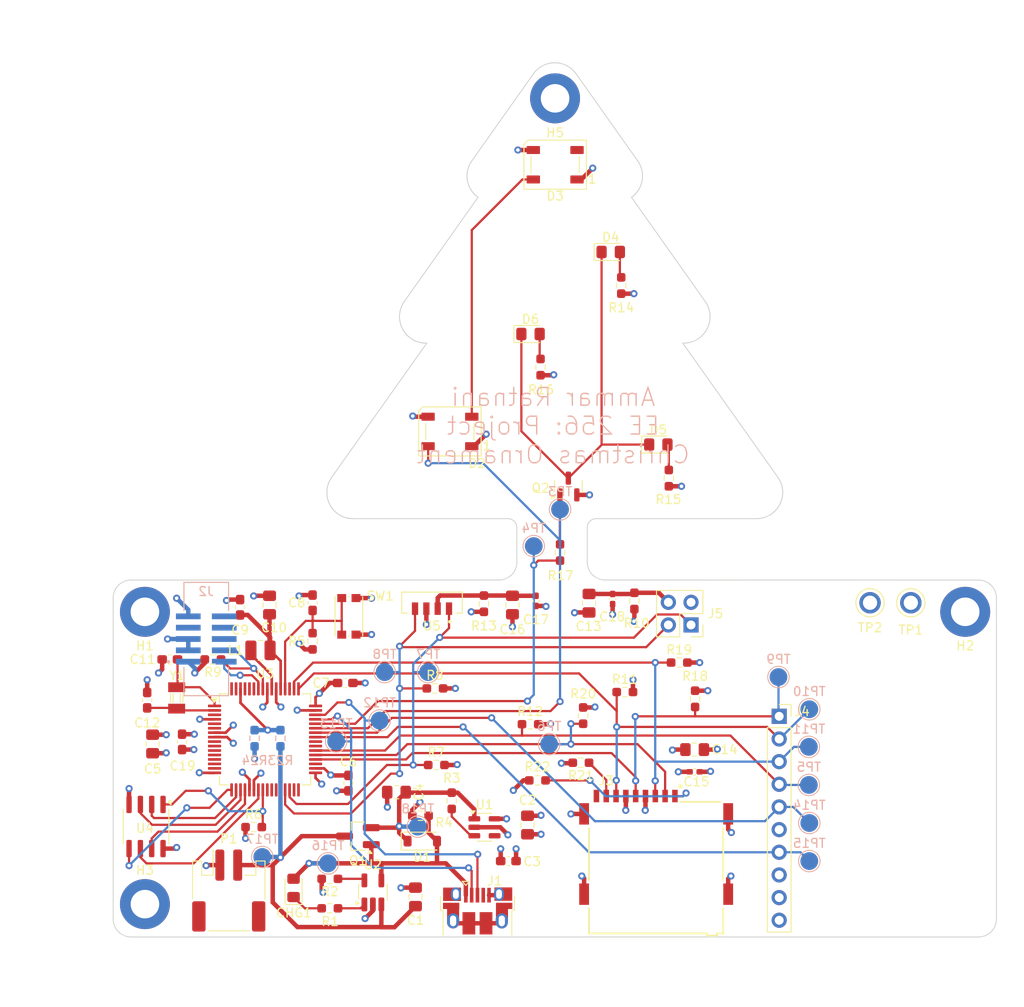
<source format=kicad_pcb>
(kicad_pcb (version 20240108) (generator "pcbnew") (generator_version "8.0")
  (title_block (title "Christmas Ornament") (date "2024-11-20") (rev "1") (company "Ammar Ratnani <aratnani@stanford.edu>") (comment 1 "Stanford, CA 94305-9505") (comment 2 "350 Jane Stanford Way") (comment 3 "Electrical Engineering Deparment") (comment 4 "EE 156 / Stanford University"))
  (layers (0 "F.Cu" signal) (1 "In1.Cu" power) (2 "In2.Cu" power) (31 "B.Cu" signal) (34 "B.Paste" user) (35 "F.Paste" user) (36 "B.SilkS" user "B.Silkscreen") (37 "F.SilkS" user "F.Silkscreen") (38 "B.Mask" user) (39 "F.Mask" user) (44 "Edge.Cuts" user))
  (net 0 "")
  (net 1 "GND")
  (net 2 "VBAT")
  (net 3 "+3V3")
  (net 4 "/Power, Charging, and Filtering/VIN")
  (net 5 "/MCU/~{RESET}")
  (net 6 "/MCU/VDDCORE")
  (net 7 "/MCU/XIN32")
  (net 8 "/MCU/XOUT32")
  (net 9 "/+3V3_LIMITED_B")
  (net 10 "/Power, Charging, and Filtering/CHG_OUT")
  (net 11 "VBUS")
  (net 12 "/NEOPIXEL_CTRL")
  (net 13 "/D-")
  (net 15 "/D+")
  (net 20 "/SWCLK")
  (net 21 "/SWDIO")
  (net 23 "/MOSI")
  (net 24 "/SCK")
  (net 25 "/USD_DAT1")
  (net 26 "/MISO")
  (net 28 "/USD_CS")
  (net 29 "/USD_DAT2")
  (net 30 "/BLE_CS")
  (net 32 "/SDA")
  (net 33 "/SCL")
  (net 34 "/MCU/VSW")
  (net 35 "/Power, Charging, and Filtering/STAT")
  (net 36 "/Power, Charging, and Filtering/PROG")
  (net 37 "/Power, Charging, and Filtering/EN")
  (net 38 "/MCU/QSPI_CS")
  (net 39 "/LED_CTRL")
  (net 41 "/MCU/QSPI_D2")
  (net 43 "/MCU/QSPI_D1")
  (net 48 "/MCU/QSPI_D3")
  (net 51 "/MCU/QSPI_D0")
  (net 52 "/MCU/QSPI_SCK")
  (net 56 "/MCU/V_DIV")
  (net 57 "Net-(D2-DOUT)")
  (net 59 "/LED_COLLECTOR")
  (net 60 "/LED_BASE")
  (net 73 "Net-(D4-A)")
  (net 74 "Net-(D5-A)")
  (net 75 "Net-(D6-A)")
  (net 76 "/+3V3_LIMITED_A")
  (net 77 "/BLE_IRQ")
  (net 78 "/BLE_RST")
  (footprint "Capacitor_SMD:C_0805_2012Metric_Pad1.18x1.45mm_HandSolder" (layer "F.Cu") (at 182.2196 145.3681 90)
    (property "Reference" "C5")
    (property "Value" "10uF")
  )
  (footprint "Resistor_SMD:R_0603_1608Metric_Pad0.98x0.95mm_HandSolder" (layer "F.Cu") (at 213.868 139.1412)
    (property "Reference" "R8")
    (property "Value" "10K")
  )
  (footprint "Capacitor_SMD:C_0402_1005Metric_Pad0.74x0.62mm_HandSolder" (layer "F.Cu") (at 233.7816 129.1249 -90)
    (property "Reference" "C18")
    (property "Value" "100nF")
  )
  (footprint "Capacitor_SMD:C_0805_2012Metric_Pad1.18x1.45mm_HandSolder" (layer "F.Cu") (at 195.326 129.794 90)
    (property "Reference" "C10")
    (property "Value" "10uF")
  )
  (footprint "Capacitor_SMD:C_0603_1608Metric_Pad1.08x0.95mm_HandSolder" (layer "F.Cu") (at 203.8107 138.53215)
    (property "Reference" "C7")
    (property "Value" "1uF")
  )
  (footprint "Project_Footprints:XDCR_VEML7700-TR" (layer "F.Cu") (at 213.5378 129.5254 -90)
    (property "Reference" "U5")
    (property "Value" "VEML7700")
  )
  (footprint "Package_QFP:TQFP-64_10x10mm_P0.5mm" (layer "F.Cu") (at 194.822 144.8545)
    (property "Reference" "U3")
    (property "Value" "ATSAMD51J19A-AUT")
  )
  (footprint "Capacitor_SMD:C_0805_2012Metric_Pad1.18x1.45mm_HandSolder" (layer "F.Cu") (at 231.14 129.5908 -90)
    (property "Reference" "C13")
    (property "Value" "10uF")
  )
  (footprint "Resistor_SMD:R_0603_1608Metric_Pad0.98x0.95mm_HandSolder" (layer "F.Cu") (at 212.2424 153.416 180)
    (property "Reference" "R4")
    (property "Value" "100K")
  )
  (footprint "MountingHole:MountingHole_3.2mm_M3_DIN965_Pad_TopBottom" (layer "F.Cu") (at 181.356 163.322)
    (property "Reference" "H3")
    (property "Value" "Screw Hole")
  )
  (footprint "Connector_PinSocket_2.54mm:PinSocket_2x02_P2.54mm_Vertical" (layer "F.Cu") (at 242.57 132.0292 -90)
    (property "Reference" "J5")
    (property "Value" "02x02")
  )
  (footprint "Diode_SMD:D_SOD-123" (layer "F.Cu") (at 212.4456 156.2608)
    (property "Reference" "D1")
    (property "Value" "MBR120")
  )
  (footprint "LED_SMD:LED_WS2812B_PLCC4_5.0x5.0mm_P3.2mm" (layer "F.Cu") (at 227.3416 80.4428 180)
    (property "Reference" "D3")
    (property "Value" "WS2812B")
  )
  (footprint "Capacitor_SMD:C_0805_2012Metric_Pad1.18x1.45mm_HandSolder" (layer "F.Cu") (at 211.6836 162.5092 90)
    (property "Reference" "C1")
    (property "Value" "10uF")
  )
  (footprint "Capacitor_SMD:C_0402_1005Metric_Pad0.74x0.62mm_HandSolder" (layer "F.Cu") (at 242.9764 148.4884)
    (property "Reference" "C15")
    (property "Value" "100nF")
  )
  (footprint "Capacitor_SMD:C_0603_1608Metric_Pad1.08x0.95mm_HandSolder" (layer "F.Cu") (at 192.024 130.048 90)
    (property "Reference" "C9")
    (property "Value" "1uF")
  )
  (footprint "Resistor_SMD:R_0603_1608Metric_Pad0.98x0.95mm_HandSolder" (layer "F.Cu") (at 240.0808 115.57 90)
    (property "Reference" "R15")
    (property "Value" "1K")
  )
  (footprint "Resistor_SMD:R_0603_1608Metric_Pad0.98x0.95mm_HandSolder" (layer "F.Cu") (at 225.7044 103.124 90)
    (property "Reference" "R16")
    (property "Value" "1K")
  )
  (footprint "LED_SMD:LED_WS2812B_PLCC4_5.0x5.0mm_P3.2mm" (layer "F.Cu") (at 215.5444 110.3376 180)
    (property "Reference" "D2")
    (property "Value" "WS2812B")
  )
  (footprint "Resistor_SMD:R_0603_1608Metric_Pad0.98x0.95mm_HandSolder" (layer "F.Cu") (at 230.2256 147.4724 180)
    (property "Reference" "R21")
    (property "Value" "47k")
  )
  (footprint "Resistor_SMD:R_0603_1608Metric_Pad0.98x0.95mm_HandSolder" (layer "F.Cu") (at 241.2492 136.2456)
    (property "Reference" "R19")
    (property "Value" "47k")
  )
  (footprint "Capacitor_SMD:C_0603_1608Metric_Pad1.08x0.95mm_HandSolder" (layer "F.Cu") (at 200.152 129.54 90)
    (property "Reference" "C8")
    (property "Value" "1uF")
  )
  (footprint "Capacitor_SMD:C_0603_1608Metric_Pad1.08x0.95mm_HandSolder" (layer "F.Cu") (at 185.5216 145.1356 90)
    (property "Reference" "C19")
    (property "Value" "1uF")
  )
  (footprint "Resistor_SMD:R_0603_1608Metric_Pad0.98x0.95mm_HandSolder" (layer "F.Cu") (at 219.3544 129.6435 90)
    (property "Reference" "R13")
    (property "Value" "10R")
  )
  (footprint "Resistor_SMD:R_0603_1608Metric_Pad0.98x0.95mm_HandSolder" (layer "F.Cu") (at 234.7468 93.98 90)
    (property "Reference" "R14")
    (property "Value" "1K")
  )
  (footprint "Resistor_SMD:R_0603_1608Metric_Pad0.98x0.95mm_HandSolder" (layer "F.Cu") (at 215.7476 151.7396 -90)
    (property "Reference" "R3")
    (property "Value" "10K")
  )
  (footprint "Capacitor_SMD:C_0805_2012Metric_Pad1.18x1.45mm_HandSolder" (layer "F.Cu") (at 224.243 154.4535 -90)
    (property "Reference" "C2")
    (property "Value" "10uF")
  )
  (footprint "Capacitor_SMD:C_0805_2012Metric_Pad1.18x1.45mm_HandSolder" (layer "F.Cu") (at 242.9764 145.9992)
    (property "Reference" "C14")
    (property "Value" "10uF")
  )
  (footprint "Connector_JST:JST_PH_S2B-PH-SM4-TB_1x02-1MP_P2.00mm_Horizontal" (layer "F.Cu") (at 190.754 161.798)
    (property "Reference" "P1")
    (property "Value" "S2B-PH-SM4-TB")
  )
  (footprint "Package_TO_SOT_SMD:SOT-23" (layer "F.Cu") (at 228.8184 116.5121 90)
    (property "Reference" "Q2")
    (property "Value" "BC817")
  )
  (footprint "LED_SMD:LED_0805_2012Metric_Pad1.15x1.40mm_HandSolder" (layer "F.Cu") (at 238.9034 111.8108)
    (property "Reference" "D5")
    (property "Value" "GREEN")
  )
  (footprint "MountingHole:MountingHole_3.2mm_M3_DIN965_Pad_TopBottom" (layer "F.Cu") (at 181.356 130.556)
    (property "Reference" "H1")
    (property "Value" "Screw Hole")
  )
  (footprint "Package_TO_SOT_SMD:SOT-23-5_HandSoldering" (layer "F.Cu") (at 206.9084 162.0102 90)
    (property "Reference" "U2")
    (property "Value" "MCP73831T-2ATI_OT")
  )
  (footprint "Package_TO_SOT_SMD:SOT-23-5" (layer "F.Cu") (at 219.417 154.7075)
    (property "Reference" "U1")
    (property "Value" "AP2112K-3.3")
  )
  (footprint "Connector_PinSocket_2.54mm:PinSocket_1x10_P2.54mm_Vertical" (layer "F.Cu") (at 252.452 142.27)
    (property "Reference" "J4")
    (property "Value" "01x10")
  )
  (footprint "Resistor_SMD:R_0603_1608Metric_Pad0.98x0.95mm_HandSolder" (layer "F.Cu") (at 202.0824 160.4862 180)
    (property "Reference" "R2")
    (property "Value" "10K")
  )
  (footprint "Package_TO_SOT_SMD:SOT-23_Handsoldering" (layer "F.Cu") (at 205.232 155.702 180)
    (property "Reference" "Q1")
    (property "Value" "DMP2070UQ")
  )
  (footprint "Resistor_SMD:R_0603_1608Metric_Pad0.98x0.95mm_HandSolder" (layer "F.Cu") (at 236.22 129.3368 90)
    (property "Reference" "R10")
    (property "Value" "10R")
  )
  (footprint "Project_Footprints:TP_5011" (layer "F.Cu") (at 262.636 129.54)
    (property "Reference" "TP2")
    (property "Value" "3V3")
  )
  (footprint "Resistor_SMD:R_0603_1608Metric_Pad0.98x0.95mm_HandSolder" (layer "F.Cu") (at 202.0824 163.7882)
    (property "Reference" "R1")
    (property "Value" "1K")
  )
  (footprint "Resistor_SMD:R_0603_1608Metric_Pad0.98x0.95mm_HandSolder" (layer "F.Cu") (at 224.536 143.1544)
    (property "Reference" "R12")
    (property "Value" "47k")
  )
  (footprint "Resistor_SMD:R_0603_1608Metric_Pad0.98x0.95mm_HandSolder" (layer "F.Cu") (at 193.548 154.686)
    (property "Reference" "R6")
    (property "Value" "10K")
  )
  (footprint "Connector_USB:USB_Micro-B_Amphenol_10103594-0001LF_Horizontal" (layer "F.Cu") (at 218.655 164.084)
    (property "Reference" "J1")
    (property "Value" "USB_B_Micro")
  )
  (footprint "Project_Footprints:TP_5011" (layer "F.Cu") (at 267.208 129.54)
    (property "Reference" "TP1")
    (property "Value" "GND")
  )
  (footprint "Resistor_SMD:R_0603_1608Metric_Pad0.98x0.95mm_HandSolder" (layer "F.Cu") (at 235.1513 139.5476)
    (property "Reference" "R11")
    (property "Value" "47k")
  )
  (footprint "Resistor_SMD:R_0603_1608Metric_Pad0.98x0.95mm_HandSolder" (layer "F.Cu") (at 227.8888 123.9012 -90)
    (property "Reference" "R17")
    (property "Value" "100K")
  )
  (footprint "MountingHole:MountingHole_3.2mm_M3_DIN965_Pad_TopBottom" (layer "F.Cu") (at 273.304 130.556)
    (property "Reference" "H2")
    (property "Value" "Screw Hole")
  )
  (footprint "Resistor_SMD:R_0603_1608Metric_Pad0.98x0.95mm_HandSolder" (layer "F.Cu") (at 188.976 135.89 180)
    (property "Reference" "R9")
    (property "Value" "10K")
  )
  (footprint "MountingHole:MountingHole_3.2mm_M3_DIN965_Pad_TopBottom" (layer "F.Cu") (at 227.33 72.9996)
    (property "Reference" "H5")
    (property "Value" "Hanging Hole")
  )
  (footprint "LED_SMD:LED_0805_2012Metric_Pad1.15x1.40mm_HandSolder" (layer "F.Cu") (at 224.5778 99.4156)
    (property "Reference" "D6")
    (property "Value" "WHITE")
  )
  (footprint "Inductor_SMD:L_1008_2520Metric" (layer "F.Cu") (at 194.31 134.874 180)
    (property "Reference" "L1")
    (property "Value" "10uH")
  )
  (footprint "Capacitor_SMD:C_0805_2012Metric_Pad1.18x1.45mm_HandSolder" (layer "F.Cu") (at 209.55 150.7744 180)
    (property "Reference" "C4")
    (property "Value" "10uF")
  )
  (footprint "Capacitor_SMD:C_0603_1608Metric_Pad1.08x0.95mm_HandSolder" (layer "F.Cu") (at 181.61 140.462 90)
    (property "Reference" "C12")
    (property "Value" "22pF")
  )
  (footprint "Package_SO:SOIC-8_3.9x4.9mm_P1.27mm" (layer "F.Cu") (at 181.483 154.621 -90)
    (property "Reference" "U4")
    (property "Value" "GD25Q16ETIGR")
  )
  (footprint "Project_Footprints:XTAL3215" (layer "F.Cu") (at 184.912 140.208 -90)
    (property "Reference" "Y1")
    (property "Value" "Crystal")
  )
  (footprint "LED_SMD:LED_0805_2012Metric_Pad1.15x1.40mm_HandSolder" (layer "F.Cu") (at 233.5694 90.2208)
    (property "Reference" "D4")
    (property "Value" "RED")
  )
  (footprint "Capacitor_SMD:C_0603_1608Metric_Pad1.08x0.95mm_HandSolder" (layer "F.Cu") (at 184.15 135.89 180)
    (property "Reference" "C11")
    (property "Value" "22pF")
  )
  (footprint "Capacitor_SMD:C_0805_2012Metric_Pad1.18x1.45mm_HandSolder" (layer "F.Cu") (at 222.5548 129.794 -90)
    (property "Reference" "C16")
    (property "Value" "10uF")
  )
  (footprint "Resistor_SMD:R_0603_1608Metric_Pad0.98x0.95mm_HandSolder" (layer "F.Cu") (at 225.3488 149.4536 180)
    (property "Reference" "R22")
    (property "Value" "47k")
  )
  (footprint "Capacitor_SMD:C_0603_1608Metric_Pad1.08x0.95mm_HandSolder" (layer "F.Cu") (at 222.0976 158.496)
    (property "Reference" "C3")
    (property "Value" "1uF")
  )
  (footprint "Resistor_SMD:R_0603_1608Metric_Pad0.98x0.95mm_HandSolder" (layer "F.Cu") (at 243.0272 140.3096 90)
    (property "Reference" "R18")
    (property "Value" "47k")
  )
  (footprint "Capacitor_SMD:C_0402_1005Metric_Pad0.74x0.62mm_HandSolder" (layer "F.Cu") (at 225.1964 129.3281 -90)
    (property "Reference" "C17")
    (property "Value" "100nF")
  )
  (footprint "Button_Switch_SMD:SW_Push_1P1T_NO_CK_KMR2" (layer "F.Cu") (at 204.216 131.064 -90)
    (property "Reference" "SW1")
    (property "Value" "KMR2")
  )
  (footprint "Resistor_SMD:R_0603_1608Metric_Pad0.98x0.95mm_HandSolder" (layer "F.Cu") (at 230.4796 142.1892 90)
    (property "Reference" "R20")
    (property "Value" "47k")
  )
  (footprint "Resistor_SMD:R_0603_1608Metric_Pad0.98x0.95mm_HandSolder" (layer "F.Cu") (at 214.0204 147.7264)
    (property "Reference" "R7")
    (property "Value" "10K")
  )
  (footprint "Capacitor_SMD:C_0603_1608Metric_Pad1.08x0.95mm_HandSolder" (layer "F.Cu") (at 204.1652 149.7584 -90)
    (property "Reference" "C6")
    (property "Value" "1uF")
  )
  (footprint "Resistor_SMD:R_0603_1608Metric_Pad0.98x0.95mm_HandSolder" (layer "F.Cu") (at 200.152 133.858 90)
    (property "Reference" "R5")
    (property "Value" "10K")
  )
  (footprint "Project_Footprints:GCT_MEM2075-00-140-01-A" (layer "F.Cu") (at 238.1856 162.6244)
    (property "Reference" "J3")
    (property "Value" "Micro_SD_Card_Det1")
  )
  (footprint "LED_SMD:LED_0805_2012Metric_Pad1.15x1.40mm_HandSolder" (layer "F.Cu") (at 198.0184 161.5022 90)
    (property "Reference" "CHG1")
    (property "Value" "ORANGE")
  )
  (footprint "Resistor_SMD:R_0603_1608Metric_Pad0.98x0.95mm_HandSolder" (layer "B.Cu") (at 193.6496 144.7292 -90)
    (property "Reference" "R24")
    (property "Value" "100K")
  )
  (footprint "TestPoint:TestPoint_Pad_D2.0mm" (layer "B.Cu") (at 255.778 149.9616 180)
    (property "Reference" "TP5")
    (property "Value" "BLE_CS")
  )
  (footprint "TestPoint:TestPoint_Pad_D2.0mm" (layer "B.Cu") (at 255.8288 158.496 180)
    (property "Reference" "TP15")
    (property "Value" "BLE_RST")
  )
  (footprint "TestPoint:TestPoint_Pad_D2.0mm" (layer "B.Cu") (at 213.106 137.3124 180)
    (property "Reference" "TP7")
    (property "Value" "I2C_SCL")
  )
  (footprint "TestPoint:TestPoint_Pad_D2.0mm" (layer "B.Cu") (at 211.9376 154.6352 180)
    (property "Reference" "TP18")
    (property "Value" "VIN")
  )
  (footprint "TestPoint:TestPoint_Pad_D2.0mm" (layer "B.Cu") (at 194.5132 158.0388 180)
    (property "Reference" "TP17")
    (property "Value" "VBAT")
  )
  (footprint "TestPoint:TestPoint_Pad_D2.0mm" (layer "B.Cu") (at 208.2292 137.3124 180)
    (property "Reference" "TP8")
    (property "Value" "I2C_SDA")
  )
  (footprint "Resistor_SMD:R_0603_1608Metric_Pad0.98x0.95mm_HandSolder" (layer "B.Cu") (at 196.5452 144.7273 90)
    (property "Reference" "R23")
    (property "Value" "100K")
  )
  (footprint "TestPoint:TestPoint_Pad_D2.0mm" (layer "B.Cu") (at 252.3744 137.8712 180)
    (property "Reference" "TP9")
    (property "Value" "SPI_SCK")
  )
  (footprint "Personal_Footprints_Library:CNC_3220-10-0300-00" (layer "B.Cu") (at 188.231 133.604 90)
    (property "Reference" "J2")
    (property "Value" "SWD_Connector")
  )
  (footprint "TestPoint:TestPoint_Pad_D2.0mm" (layer "B.Cu") (at 202.7936 145.0848 180)
    (property "Reference" "TP13")
    (property "Value" "D-")
  )
  (footprint "TestPoint:TestPoint_Pad_D2.0mm" (layer "B.Cu") (at 255.8288 154.2288 180)
    (property "Reference" "TP14")
    (property "Value" "BLE_IRQ")
  )
  (footprint "TestPoint:TestPoint_Pad_D2.0mm" (layer "B.Cu") (at 226.6696 145.3896 180)
    (property "Reference" "TP6")
    (property "Value" "USD_CS")
  )
  (footprint "TestPoint:TestPoint_Pad_D2.0mm" (layer "B.Cu") (at 207.6704 142.748 180)
    (property "Reference" "TP12")
    (property "Value" "D+")
  )
  (footprint "TestPoint:TestPoint_Pad_D2.0mm" (layer "B.Cu") (at 255.778 145.6944 180)
    (property "Reference" "TP11")
    (property "Value" "SPI_MOSI")
  )
  (footprint "TestPoint:TestPoint_Pad_D2.0mm" (layer "B.Cu") (at 201.8792 158.75 180)
    (property "Reference" "TP16")
    (property "Value" "VBUS")
  )
  (footprint "TestPoint:TestPoint_Pad_D2.0mm" (layer "B.Cu") (at 227.8888 119.0752 180)
    (property "Reference" "TP3")
    (property "Value" "NEOPIXEL_CTRL")
  )
  (footprint "TestPoint:TestPoint_Pad_D2.0mm" (layer "B.Cu") (at 224.9424 123.19 180)
    (property "Reference" "TP4")
    (property "Value" "LED_CTRL")
  )
  (footprint "TestPoint:TestPoint_Pad_D2.0mm" (layer "B.Cu") (at 255.8288 141.478 180)
    (property "Reference" "TP10")
    (property "Value" "SPI_MISO")
  )
  (gr_line (start 236.234172 83.820209) (end 236.295646 83.759141) (stroke (width 0.1)) (layer "Edge.Cuts"))
  (gr_line (start 218.693995 84.087717) (end 210.430579 95.767559) (stroke (width 0.1)) (layer "Edge.Cuts"))
  (gr_line (start 179.8 167) (end 274.8 167) (stroke (width 0.1)) (layer "Edge.Cuts"))
  (gr_line (start 244.696582 97.274142) (end 244.67644 97.076476) (stroke (width 0.1)) (layer "Edge.Cuts"))
  (gr_line (start 236.708587 80.186683) (end 236.596802 80.016244) (stroke (width 0.1)) (layer "Edge.Cuts"))
  (gr_line (start 243.300595 99.995501) (end 243.465536 99.884633) (stroke (width 0.1)) (layer "Edge.Cuts"))
  (gr_line (start 211.738847 100.220984) (end 211.831575 100.257026) (stroke (width 0.1)) (layer "Edge.Cuts"))
  (gr_line (start 226.944302 69.031522) (end 226.771318 69.057761) (stroke (width 0.1)) (layer "Edge.Cuts"))
  (gr_line (start 226.771318 69.057761) (end 226.600888 69.094128) (stroke (width 0.1)) (layer "Edge.Cuts"))
  (gr_arc (start 274.800448 126.999552) (mid 276.214389 127.585494) (end 276.8 128.999552) (stroke (width 0.1)) (layer "Edge.Cuts"))
  (gr_line (start 241.984493 100.428327) (end 242.185605 100.406418) (stroke (width 0.1)) (layer "Edge.Cuts"))
  (gr_line (start 212.412378 100.404694) (end 212.512553 100.417369) (stroke (width 0.1)) (layer "Edge.Cuts"))
  (gr_line (start 251.613204 119.565056) (end 251.770765 119.443741) (stroke (width 0.1)) (layer "Edge.Cuts"))
  (gr_line (start 203.780021 119.972975) (end 203.875167 120.001967) (stroke (width 0.1)) (layer "Edge.Cuts"))
  (gr_line (start 202.172102 115.655462) (end 202.073306 115.831971) (stroke (width 0.1)) (layer "Edge.Cuts"))
  (gr_line (start 217.995652 80.014362) (end 217.883867 80.184759) (stroke (width 0.1)) (layer "Edge.Cuts"))
  (gr_line (start 204.266284 120.085161) (end 204.366321 120.097522) (stroke (width 0.1)) (layer "Edge.Cuts"))
  (gr_line (start 235.90223 84.095248) (end 235.971729 84.044409) (stroke (width 0.1)) (layer "Edge.Cuts"))
  (gr_line (start 236.674081 83.279783) (end 236.720135 83.204355) (stroke (width 0.1)) (layer "Edge.Cuts"))
  (gr_line (start 236.625926 83.353551) (end 236.674081 83.279783) (stroke (width 0.1)) (layer "Edge.Cuts"))
  (gr_line (start 236.805741 83.048673) (end 236.893144 82.864668) (stroke (width 0.1)) (layer "Edge.Cuts"))
  (gr_line (start 217.626303 80.727705) (end 217.566544 80.916974) (stroke (width 0.1)) (layer "Edge.Cuts"))
  (gr_line (start 217.566544 80.916974) (end 217.519915 81.109237) (stroke (width 0.1)) (layer "Edge.Cuts"))
  (gr_line (start 237.126756 81.898443) (end 237.133145 81.70088) (stroke (width 0.1)) (layer "Edge.Cuts"))
  (gr_line (start 251.097898 119.861852) (end 251.276172 119.774552) (stroke (width 0.1)) (layer "Edge.Cuts"))
  (gr_line (start 201.774511 117.570594) (end 201.807666 117.767202) (stroke (width 0.1)) (layer "Edge.Cuts"))
  (gr_line (start 202.472078 119.10964) (end 202.539009 119.183684) (stroke (width 0.1)) (layer "Edge.Cuts"))
  (gr_line (start 211.831575 100.257026) (end 211.925591 100.289892) (stroke (width 0.1)) (layer "Edge.Cuts"))
  (gr_line (start 210.617824 99.413246) (end 210.684662 99.488066) (stroke (width 0.1)) (layer "Edge.Cuts"))
  (gr_line (start 227.649238 69.031603) (end 227.473667 69.015644) (stroke (width 0.1)) (layer "Edge.Cuts"))
  (gr_line (start 230.940419 124.990168) (end 230.940419 121.113583) (stroke (width 0.1)) (layer "Edge.Cuts"))
  (gr_line (start 250.132879 120.106223) (end 250.333708 120.084437) (stroke (width 0.1)) (layer "Edge.Cuts"))
  (gr_line (start 217.968711 83.349464) (end 218.019284 83.421363) (stroke (width 0.1)) (layer "Edge.Cuts"))
  (gr_line (start 252.82471 116.777826) (end 252.791372 116.584559) (stroke (width 0.1)) (layer "Edge.Cuts"))
  (gr_line (start 217.699143 80.54212) (end 217.626303 80.727705) (stroke (width 0.1)) (layer "Edge.Cuts"))
  (gr_line (start 218.556497 83.984619) (end 218.624496 84.037231) (stroke (width 0.1)) (layer "Edge.Cuts"))
  (gr_line (start 226.109162 69.26187) (end 225.953192 69.336624) (stroke (width 0.1)) (layer "Edge.Cuts"))
  (gr_line (start 211.297153 99.995031) (end 211.382317 100.046141) (stroke (width 0.1)) (layer "Edge.Cuts"))
  (gr_line (start 201.854244 117.961847) (end 201.914286 118.153806) (stroke (width 0.1)) (layer "Edge.Cuts"))
  (gr_line (start 244.67644 97.076476) (end 244.643048 96.88049) (stroke (width 0.1)) (layer "Edge.Cuts"))
  (gr_line (start 210.221639 98.82634) (end 210.270034 98.916572) (stroke (width 0.1)) (layer "Edge.Cuts"))
  (gr_line (start 210.06123 96.486375) (end 210.001471 96.677935) (stroke (width 0.1)) (layer "Edge.Cuts"))
  (gr_line (start 274.800448 126.999552) (end 232.939971 126.990168) (stroke (width 0.1)) (layer "Edge.Cuts"))
  (gr_line (start 229.212676 69.725766) (end 229.078187 69.615879) (stroke (width 0.1)) (layer "Edge.Cuts"))
  (gr_line (start 225.953192 69.336624) (end 225.801897 69.420444) (stroke (width 0.1)) (layer "Edge.Cuts"))
  (gr_line (start 217.786713 83.044909) (end 217.82908 83.12352) (stroke (width 0.1)) (layer "Edge.Cuts"))
  (gr_line (start 202.539009 119.183684) (end 202.608265 119.255277) (stroke (width 0.1)) (layer "Edge.Cuts"))
  (gr_line (start 244.69691 97.671589) (end 244.703423 97.472757) (stroke (width 0.1)) (layer "Edge.Cuts"))
  (gr_line (start 227.296233 69.010276) (end 227.119415 69.015623) (stroke (width 0.1)) (layer "Edge.Cuts"))
  (gr_line (start 236.96615 80.730146) (end 236.89331 80.544337) (stroke (width 0.1)) (layer "Edge.Cuts"))
  (gr_line (start 203.875167 120.001967) (end 203.971442 120.02773) (stroke (width 0.1)) (layer "Edge.Cuts"))
  (gr_line (start 251.920224 119.31197) (end 252.060984 119.170185) (stroke (width 0.1)) (layer "Edge.Cuts"))
  (gr_line (start 210.000257 98.260705) (end 210.060458 98.453257) (stroke (width 0.1)) (layer "Edge.Cuts"))
  (gr_line (start 243.912526 99.488365) (end 244.043575 99.336552) (stroke (width 0.1)) (layer "Edge.Cuts"))
  (gr_line (start 203.068422 119.630634) (end 203.151854 119.683707) (stroke (width 0.1)) (layer "Edge.Cuts"))
  (gr_line (start 225.655704 69.513118) (end 225.515036 69.614434) (stroke (width 0.1)) (layer "Edge.Cuts"))
  (gr_line (start 201.748303 117.174378) (end 201.754737 117.372745) (stroke (width 0.1)) (layer "Edge.Cuts"))
  (gr_line (start 218.300383 83.75363) (end 218.361941 83.814387) (stroke (width 0.1)) (layer "Edge.Cuts"))
  (gr_line (start 243.622906 99.762854) (end 243.772103 99.630615) (stroke (width 0.1)) (layer "Edge.Cuts"))
  (gr_line (start 202.75345 119.390914) (end 202.829229 119.454861) (stroke (width 0.1)) (layer "Edge.Cuts"))
  (gr_line (start 210.001471 96.677935) (end 209.954842 96.872693) (stroke (width 0.1)) (layer "Edge.Cuts"))
  (gr_line (start 202.123493 118.616622) (end 202.174907 118.704353) (stroke (width 0.1)) (layer "Edge.Cuts"))
  (gr_line (start 242.383353 100.370452) (end 242.577136 100.320878) (stroke (width 0.1)) (layer "Edge.Cuts"))
  (gr_line (start 209.954842 96.872693) (end 209.921393 97.069877) (stroke (width 0.1)) (layer "Edge.Cuts"))
  (gr_line (start 211.132112 99.884314) (end 211.213726 99.941071) (stroke (width 0.1)) (layer "Edge.Cuts"))
  (gr_line (start 217.785014 80.360909) (end 217.699143 80.54212) (stroke (width 0.1)) (layer "Edge.Cuts"))
  (gr_line (start 202.174907 118.704353) (end 202.229094 118.789924) (stroke (width 0.1)) (layer "Edge.Cuts"))
  (gr_line (start 237.106988 82.095504) (end 237.126756 81.898443) (stroke (width 0.1)) (layer "Edge.Cuts"))
  (gr_line (start 202.073306 115.831971) (end 201.987519 116.013741) (stroke (width 0.1)) (layer "Edge.Cuts"))
  (gr_line (start 217.486466 81.303805) (end 217.466246 81.499989) (stroke (width 0.1)) (layer "Edge.Cuts"))
  (gr_line (start 244.167404 95.780751) (end 235.90223 84.095248) (stroke (width 0.1)) (layer "Edge.Cuts"))
  (gr_line (start 201.775288 116.778978) (end 201.755167 116.976215) (stroke (width 0.1)) (layer "Edge.Cuts"))
  (gr_line (start 211.925591 100.289892) (end 212.02082 100.319529) (stroke (width 0.1)) (layer "Edge.Cuts"))
  (gr_line (start 210.375326 99.090865) (end 210.432073 99.174817) (stroke (width 0.1)) (layer "Edge.Cuts"))
  (gr_arc (start 177.8 128.999546) (mid 178.38561 127.585463) (end 179.799546 126.999546) (stroke (width 0.1)) (layer "Edge.Cuts"))
  (gr_line (start 209.894233 97.468438) (end 209.900622 97.668269) (stroke (width 0.1)) (layer "Edge.Cuts"))
  (gr_line (start 244.676991 97.869908) (end 244.69691 97.671589) (stroke (width 0.1)) (layer "Edge.Cuts"))
  (gr_line (start 244.643048 96.88049) (end 244.59646 96.686913) (stroke (width 0.1)) (layer "Edge.Cuts"))
  (gr_line (start 227.993158 69.094422) (end 227.822538 69.057935) (stroke (width 0.1)) (layer "Edge.Cuts"))
  (gr_line (start 217.82908 83.12352) (end 217.873565 83.200507) (stroke (width 0.1)) (layer "Edge.Cuts"))
  (gr_line (start 203.59341 119.905499) (end 203.686077 119.940803) (stroke (width 0.1)) (layer "Edge.Cuts"))
  (gr_line (start 237.126205 81.503518) (end 237.105986 81.307061) (stroke (width 0.1)) (layer "Edge.Cuts"))
  (gr_line (start 236.355367 83.696143) (end 236.413284 83.631253) (stroke (width 0.1)) (layer "Edge.Cuts"))
  (gr_line (start 202.829229 119.454861) (end 202.907035 119.516162) (stroke (width 0.1)) (layer "Edge.Cuts"))
  (gr_line (start 210.219941 96.115938) (end 210.13407 96.298785) (stroke (width 0.1)) (layer "Edge.Cuts"))
  (gr_line (start 210.318794 95.938606) (end 210.219941 96.115938) (stroke (width 0.1)) (layer "Edge.Cuts"))
  (gr_line (start 252.192447 119.018826) (end 252.314013 118.858335) (stroke (width 0.1)) (layer "Edge.Cuts"))
  (gr_line (start 236.89331 80.544337) (end 236.807439 80.362949) (stroke (width 0.1)) (layer "Edge.Cuts"))
  (gr_line (start 203.323822 119.781284) (end 203.412208 119.825691) (stroke (width 0.1)) (layer "Edge.Cuts"))
  (gr_line (start 252.845263 117.364601) (end 252.851697 117.168489) (stroke (width 0.1)) (layer "Edge.Cuts"))
  (gr_line (start 237.133145 81.70088) (end 237.126205 81.503518) (stroke (width 0.1)) (layer "Edge.Cuts"))
  (gr_line (start 225.801897 69.420444) (end 225.655704 69.513118) (stroke (width 0.1)) (layer "Edge.Cuts"))
  (gr_line (start 218.240546 83.690927) (end 218.300383 83.75363) (stroke (width 0.1)) (layer "Edge.Cuts"))
  (gr_line (start 212.715123 100.432002) (end 212.817369 100.433852) (stroke (width 0.1)) (layer "Edge.Cuts"))
  (gr_line (start 252.744858 116.393526) (end 252.68521 116.205369) (stroke (width 0.1)) (layer "Edge.Cuts"))
  (gr_line (start 227.119415 69.015623) (end 226.944302 69.031522) (stroke (width 0.1)) (layer "Edge.Cuts"))
  (gr_line (start 236.039722 83.991447) (end 236.10616 83.936401) (stroke (width 0.1)) (layer "Edge.Cuts"))
  (gr_line (start 244.463903 96.309911) (end 244.37804 96.127948) (stroke (width 0.1)) (layer "Edge.Cuts"))
  (gr_line (start 202.407546 119.033194) (end 202.472078 119.10964) (stroke (width 0.1)) (layer "Edge.Cuts"))
  (gr_line (start 225.016111 70.101863) (end 224.909439 70.2432) (stroke (width 0.1)) (layer "Edge.Cuts"))
  (gr_line (start 211.382317 100.046141) (end 211.469143 100.094344) (stroke (width 0.1)) (layer "Edge.Cuts"))
  (gr_line (start 241.641449 100.43573) (end 241.780617 100.43573) (stroke (width 0.1)) (layer "Edge.Cuts"))
  (gr_line (start 237.072537 81.112211) (end 237.025909 80.919671) (stroke (width 0.1)) (layer "Edge.Cuts"))
  (gr_line (start 204.568582 120.111782) (end 204.670657 120.113583) (stroke (width 0.1)) (layer "Edge.Cuts"))
  (gr_line (start 226.269385 69.196395) (end 226.109162 69.26187) (stroke (width 0.1)) (layer "Edge.Cuts"))
  (gr_line (start 252.316109 115.494347) (end 241.641449 100.43573) (stroke (width 0.1)) (layer "Edge.Cuts"))
  (gr_line (start 227.822538 69.057935) (end 227.649238 69.031603) (stroke (width 0.1)) (layer "Edge.Cuts"))
  (gr_line (start 202.67977 119.324369) (end 202.75345 119.390914) (stroke (width 0.1)) (layer "Edge.Cuts"))
  (gr_line (start 201.855137 116.390173) (end 201.808626 116.58339) (stroke (width 0.1)) (layer "Edge.Cuts"))
  (gr_line (start 210.684662 99.488066) (end 210.753834 99.560469) (stroke (width 0.1)) (layer "Edge.Cuts"))
  (gr_line (start 210.553397 99.336061) (end 210.617824 99.413246) (stroke (width 0.1)) (layer "Edge.Cuts"))
  (gr_line (start 236.596802 80.016244) (end 229.683022 70.245083) (stroke (width 0.1)) (layer "Edge.Cuts"))
  (gr_line (start 217.873565 83.200507) (end 217.920124 83.275833) (stroke (width 0.1)) (layer "Edge.Cuts"))
  (gr_line (start 217.920124 83.275833) (end 217.968711 83.349464) (stroke (width 0.1)) (layer "Edge.Cuts"))
  (gr_line (start 236.469348 83.56451) (end 236.52351 83.495953) (stroke (width 0.1)) (layer "Edge.Cuts"))
  (gr_line (start 217.699309 82.860614) (end 217.786713 83.044909) (stroke (width 0.1)) (layer "Edge.Cuts"))
  (gr_line (start 211.213726 99.941071) (end 211.297153 99.995031) (stroke (width 0.1)) (layer "Edge.Cuts"))
  (gr_line (start 218.071798 83.491495) (end 218.126209 83.559823) (stroke (width 0.1)) (layer "Edge.Cuts"))
  (gr_line (start 201.807666 117.767202) (end 201.854244 117.961847) (stroke (width 0.1)) (layer "Edge.Cuts"))
  (gr_line (start 211.647483 100.18182) (end 211.738847 100.220984) (stroke (width 0.1)) (layer "Edge.Cuts"))
  (gr_line (start 251.44814 119.675473) (end 251.613204 119.565056) (stroke (width 0.1)) (layer "Edge.Cuts"))
  (gr_line (start 201.987833 118.342358) (end 202.074927 118.526779) (stroke (width 0.1)) (layer "Edge.Cuts"))
  (gr_line (start 218.490042 83.929917) (end 218.556497 83.984619) (stroke (width 0.1)) (layer "Edge.Cuts"))
  (gr_line (start 252.525063 118.511719) (end 252.612159 118.327263) (stroke (width 0.1)) (layer "Edge.Cuts"))
  (gr_line (start 212.21462 100.368896) (end 212.313042 100.388518) (stroke (width 0.1)) (layer "Edge.Cuts"))
  (gr_line (start 244.53627 98.454482) (end 244.596723 98.262086) (stroke (width 0.1)) (layer "Edge.Cuts"))
  (gr_line (start 244.59646 96.686913) (end 244.536728 96.496476) (stroke (width 0.1)) (layer "Edge.Cuts"))
  (gr_line (start 177.8 128.999546) (end 177.8 165) (stroke (width 0.1)) (layer "Edge.Cuts"))
  (gr_line (start 252.314013 118.858335) (end 252.425084 118.689152) (stroke (width 0.1)) (layer "Edge.Cuts"))
  (gr_line (start 204.467112 120.106413) (end 204.568582 120.111782) (stroke (width 0.1)) (layer "Edge.Cuts"))
  (gr_line (start 228.324728 69.19699) (end 228.160691 69.140846) (stroke (width 0.1)) (layer "Edge.Cuts"))
  (gr_line (start 212.313042 100.388518) (end 212.412378 100.404694) (stroke (width 0.1)) (layer "Edge.Cuts"))
  (gr_line (start 244.703423 97.472757) (end 244.696582 97.274142) (stroke (width 0.1)) (layer "Edge.Cuts"))
  (gr_line (start 228.640681 69.337566) (end 228.48486 69.262636) (stroke (width 0.1)) (layer "Edge.Cuts"))
  (gr_line (start 250.333708 120.084437) (end 250.531223 120.048665) (stroke (width 0.1)) (layer "Edge.Cuts"))
  (gr_line (start 209.901173 97.268716) (end 209.894233 97.468438) (stroke (width 0.1)) (layer "Edge.Cuts"))
  (gr_line (start 276.8 165) (end 276.8 128.999552) (stroke (width 0.1)) (layer "Edge.Cuts"))
  (gr_line (start 229.340813 69.843848) (end 229.212676 69.725766) (stroke (width 0.1)) (layer "Edge.Cuts"))
  (gr_line (start 209.920389 97.867439) (end 209.953584 98.065175) (stroke (width 0.1)) (layer "Edge.Cuts"))
  (gr_arc (start 230.940419 121.113583) (mid 231.233312 120.406476) (end 231.940419 120.113583) (stroke (width 0.1)) (layer "Edge.Cuts"))
  (gr_line (start 235.971729 84.044409) (end 236.039722 83.991447) (stroke (width 0.1)) (layer "Edge.Cuts"))
  (gr_line (start 229.462188 69.969906) (end 229.340813 69.843848) (stroke (width 0.1)) (layer "Edge.Cuts"))
  (gr_line (start 244.043575 99.336552) (end 244.164648 99.175627) (stroke (width 0.1)) (layer "Edge.Cuts"))
  (gr_line (start 212.512553 100.417369) (end 212.613493 100.42649) (stroke (width 0.1)) (layer "Edge.Cuts"))
  (gr_line (start 202.345489 118.954393) (end 202.407546 119.033194) (stroke (width 0.1)) (layer "Edge.Cuts"))
  (gr_line (start 244.37804 96.127948) (end 244.279189 95.951318) (stroke (width 0.1)) (layer "Edge.Cuts"))
  (gr_line (start 250.913917 119.936932) (end 251.097898 119.861852) (stroke (width 0.1)) (layer "Edge.Cuts"))
  (gr_line (start 252.526679 115.840252) (end 252.427878 115.664576) (stroke (width 0.1)) (layer "Edge.Cuts"))
  (gr_line (start 210.060458 98.453257) (end 210.134235 98.64206) (stroke (width 0.1)) (layer "Edge.Cuts"))
  (gr_line (start 252.060984 119.170185) (end 252.192447 119.018826) (stroke (width 0.1)) (layer "Edge.Cuts"))
  (gr_line (start 250.531223 120.048665) (end 250.724825 119.99935) (stroke (width 0.1)) (layer "Edge.Cuts"))
  (gr_line (start 212.117188 100.345881) (end 212.21462 100.368896) (stroke (width 0.1)) (layer "Edge.Cuts"))
  (gr_line (start 204.068769 120.050216) (end 204.167075 120.069376) (stroke (width 0.1)) (layer "Edge.Cuts"))
  (gr_line (start 225.251975 69.842139) (end 225.130431 69.968105) (stroke (width 0.1)) (layer "Edge.Cuts"))
  (gr_line (start 210.321288 99.004765) (end 210.375326 99.090865) (stroke (width 0.1)) (layer "Edge.Cuts"))
  (gr_line (start 210.974617 99.762626) (end 211.052384 99.824814) (stroke (width 0.1)) (layer "Edge.Cuts"))
  (gr_line (start 249.929333 120.113583) (end 250.132879 120.106223) (stroke (width 0.1)) (layer "Edge.Cuts"))
  (gr_line (start 244.596723 98.262086) (end 244.643612 98.066984) (stroke (width 0.1)) (layer "Edge.Cuts"))
  (gr_line (start 217.459306 81.697099) (end 217.465695 81.894446) (stroke (width 0.1)) (layer "Edge.Cuts"))
  (gr_line (start 244.275144 99.006039) (end 244.374462 98.828238) (stroke (width 0.1)) (layer "Edge.Cuts"))
  (gr_line (start 228.48486 69.262636) (end 228.324728 69.19699) (stroke (width 0.1)) (layer "Edge.Cuts"))
  (gr_line (start 201.914286 118.153806) (end 201.987833 118.342358) (stroke (width 0.1)) (layer "Edge.Cuts"))
  (gr_line (start 242.577136 100.320878) (end 242.766353 100.258147) (stroke (width 0.1)) (layer "Edge.Cuts"))
  (gr_line (start 236.893144 82.864668) (end 236.96692 82.676645) (stroke (width 0.1)) (layer "Edge.Cuts"))
  (gr_line (start 202.98679 119.57477) (end 203.068422 119.630634) (stroke (width 0.1)) (layer "Edge.Cuts"))
  (gr_line (start 212.02082 100.319529) (end 212.117188 100.345881) (stroke (width 0.1)) (layer "Edge.Cuts"))
  (gr_line (start 209.953584 98.065175) (end 210.000257 98.260705) (stroke (width 0.1)) (layer "Edge.Cuts"))
  (gr_line (start 229.683022 70.245083) (end 229.576394 70.103724) (stroke (width 0.1)) (layer "Edge.Cuts"))
  (gr_line (start 201.755167 116.976215) (end 201.748303 117.174378) (stroke (width 0.1)) (layer "Edge.Cuts"))
  (gr_line (start 217.485462 82.091342) (end 217.518658 82.287096) (stroke (width 0.1)) (layer "Edge.Cuts"))
  (gr_line (start 252.851697 117.168489) (end 252.844833 116.972683) (stroke (width 0.1)) (layer "Edge.Cuts"))
  (gr_arc (start 223.044056 124.990178) (mid 222.45843 126.404231) (end 221.04451 126.990178) (stroke (width 0.1)) (layer "Edge.Cuts"))
  (gr_line (start 242.185605 100.406418) (end 242.383353 100.370452) (stroke (width 0.1)) (layer "Edge.Cuts"))
  (gr_line (start 210.134235 98.64206) (end 210.221639 98.82634) (stroke (width 0.1)) (layer "Edge.Cuts"))
  (gr_line (start 237.02712 82.485308) (end 237.073793 82.29136) (stroke (width 0.1)) (layer "Edge.Cuts"))
  (gr_line (start 201.754737 117.372745) (end 201.774511 117.570594) (stroke (width 0.1)) (layer "Edge.Cuts"))
  (gr_line (start 228.937752 69.514405) (end 228.791781 69.421561) (stroke (width 0.1)) (layer "Edge.Cuts"))
  (gr_line (start 210.898887 99.697802) (end 210.974617 99.762626) (stroke (width 0.1)) (layer "Edge.Cuts"))
  (gr_line (start 210.753834 99.560469) (end 210.825268 99.630399) (stroke (width 0.1)) (layer "Edge.Cuts"))
  (gr_line (start 236.807439 80.362949) (end 236.708587 80.186683) (stroke (width 0.1)) (layer "Edge.Cuts"))
  (gr_line (start 228.791781 69.421561) (end 228.640681 69.337566) (stroke (width 0.1)) (layer "Edge.Cuts"))
  (gr_line (start 204.366321 120.097522) (end 204.467112 120.106413) (stroke (width 0.1)) (layer "Edge.Cuts"))
  (gr_line (start 202.229094 118.789924) (end 202.28598 118.873287) (stroke (width 0.1)) (layer "Edge.Cuts"))
  (gr_line (start 209.900622 97.668269) (end 209.920389 97.867439) (stroke (width 0.1)) (layer "Edge.Cuts"))
  (gr_line (start 201.914782 116.200049) (end 201.855137 116.390173) (stroke (width 0.1)) (layer "Edge.Cuts"))
  (gr_line (start 223.044056 121.113583) (end 223.044056 124.990178) (stroke (width 0.1)) (layer "Edge.Cuts"))
  (gr_line (start 242.950402 100.182707) (end 243.128683 100.095009) (stroke (width 0.1)) (layer "Edge.Cuts"))
  (gr_arc (start 276.8 165) (mid 276.214214 166.414214) (end 274.8 167) (stroke (width 0.1)) (layer "Edge.Cuts"))
  (gr_line (start 244.643612 98.066984) (end 244.676991 97.869908) (stroke (width 0.1)) (layer "Edge.Cuts"))
  (gr_line (start 218.624496 84.037231) (end 218.693995 84.087717) (stroke (width 0.1)) (layer "Edge.Cuts"))
  (gr_line (start 210.491455 99.256567) (end 210.553397 99.336061) (stroke (width 0.1)) (layer "Edge.Cuts"))
  (gr_line (start 217.565331 82.481018) (end 217.625531 82.672421) (stroke (width 0.1)) (layer "Edge.Cuts"))
  (gr_line (start 226.433435 69.14041) (end 226.269385 69.196395) (stroke (width 0.1)) (layer "Edge.Cuts"))
  (gr_line (start 204.167075 120.069376) (end 204.266284 120.085161) (stroke (width 0.1)) (layer "Edge.Cuts"))
  (gr_line (start 202.907035 119.516162) (end 202.98679 119.57477) (stroke (width 0.1)) (layer "Edge.Cuts"))
  (gr_line (start 250.724825 119.99935) (end 250.913917 119.936932) (stroke (width 0.1)) (layer "Edge.Cuts"))
  (gr_line (start 252.427878 115.664576) (end 252.316109 115.494347) (stroke (width 0.1)) (layer "Edge.Cuts"))
  (gr_line (start 217.518658 82.287096) (end 217.565331 82.481018) (stroke (width 0.1)) (layer "Edge.Cuts"))
  (gr_line (start 236.96692 82.676645) (end 237.02712 82.485308) (stroke (width 0.1)) (layer "Edge.Cuts"))
  (gr_line (start 241.780617 100.43573) (end 241.984493 100.428327) (stroke (width 0.1)) (layer "Edge.Cuts"))
  (gr_line (start 218.182473 83.626313) (end 218.240546 83.690927) (stroke (width 0.1)) (layer "Edge.Cuts"))
  (gr_line (start 236.413284 83.631253) (end 236.469348 83.56451) (stroke (width 0.1)) (layer "Edge.Cuts"))
  (gr_line (start 217.465695 81.894446) (end 217.485462 82.091342) (stroke (width 0.1)) (layer "Edge.Cuts"))
  (gr_line (start 243.465536 99.884633) (end 243.622906 99.762854) (stroke (width 0.1)) (layer "Edge.Cuts"))
  (gr_line (start 209.921393 97.069877) (end 209.901173 97.268716) (stroke (width 0.1)) (layer "Edge.Cuts"))
  (gr_line (start 244.164648 99.175627) (end 244.275144 99.006039) (stroke (width 0.1)) (layer "Edge.Cuts"))
  (gr_line (start 252.68521 116.205369) (end 252.61247 116.02073) (stroke (width 0.1)) (layer "Edge.Cuts"))
  (gr_line (start 218.019284 83.421363) (end 218.071798 83.491495) (stroke (width 0.1)) (layer "Edge.Cuts"))
  (gr_line (start 218.126209 83.559823) (end 218.182473 83.626313) (stroke (width 0.1)) (layer "Edge.Cuts"))
  (gr_line (start 203.237012 119.73394) (end 203.323822 119.781284) (stroke (width 0.1)) (layer "Edge.Cuts"))
  (gr_line (start 252.792332 117.755172) (end 252.825488 117.560376) (stroke (width 0.1)) (layer "Edge.Cuts"))
  (gr_line (start 225.380318 69.724178) (end 225.251975 69.842139) (stroke (width 0.1)) (layer "Edge.Cuts"))
  (gr_arc (start 179.8 167) (mid 178.385786 166.414214) (end 177.8 165) (stroke (width 0.1)) (layer "Edge.Cuts"))
  (gr_line (start 217.883867 80.184759) (end 217.785014 80.360909) (stroke (width 0.1)) (layer "Edge.Cuts"))
  (gr_line (start 236.52351 83.495953) (end 236.575719 83.425621) (stroke (width 0.1)) (layer "Edge.Cuts"))
  (gr_line (start 236.295646 83.759141) (end 236.355367 83.696143) (stroke (width 0.1)) (layer "Edge.Cuts"))
  (gr_line (start 210.13407 96.298785) (end 210.06123 96.486375) (stroke (width 0.1)) (layer "Edge.Cuts"))
  (gr_line (start 242.766353 100.258147) (end 242.950402 100.182707) (stroke (width 0.1)) (layer "Edge.Cuts"))
  (gr_line (start 217.519915 81.109237) (end 217.486466 81.303805) (stroke (width 0.1)) (layer "Edge.Cuts"))
  (gr_line (start 202.283866 115.484936) (end 202.172102 115.655462) (stroke (width 0.1)) (layer "Edge.Cuts"))
  (gr_line (start 226.600888 69.094128) (end 226.433435 69.14041) (stroke (width 0.1)) (layer "Edge.Cuts"))
  (gr_line (start 244.536728 96.496476) (end 244.463903 96.309911) (stroke (width 0.1)) (layer "Edge.Cuts"))
  (gr_line (start 252.685709 118.139258) (end 252.745753 117.948347) (stroke (width 0.1)) (layer "Edge.Cuts"))
  (gr_line (start 251.770765 119.443741) (end 251.920224 119.31197) (stroke (width 0.1)) (layer "Edge.Cuts"))
  (gr_line (start 244.4622 98.643443) (end 244.53627 98.454482) (stroke (width 0.1)) (layer "Edge.Cuts"))
  (gr_line (start 252.61247 116.02073) (end 252.526679 115.840252) (stroke (width 0.1)) (layer "Edge.Cuts"))
  (gr_line (start 210.270034 98.916572) (end 210.321288 99.004765) (stroke (width 0.1)) (layer "Edge.Cuts"))
  (gr_line (start 221.04451 126.990178) (end 179.799546 126.999546) (stroke (width 0.1)) (layer "Edge.Cuts"))
  (gr_line (start 236.575719 83.425621) (end 236.625926 83.353551) (stroke (width 0.1)) (layer "Edge.Cuts"))
  (gr_line (start 252.745753 117.948347) (end 252.792332 117.755172) (stroke (width 0.1)) (layer "Edge.Cuts"))
  (gr_line (start 217.625531 82.672421) (end 217.699309 82.860614) (stroke (width 0.1)) (layer "Edge.Cuts"))
  (gr_line (start 211.469143 100.094344) (end 211.557557 100.139589) (stroke (width 0.1)) (layer "Edge.Cuts"))
  (gr_line (start 236.170993 83.879308) (end 236.234172 83.820209) (stroke (width 0.1)) (layer "Edge.Cuts"))
  (gr_line (start 203.686077 119.940803) (end 203.780021 119.972975) (stroke (width 0.1)) (layer "Edge.Cuts"))
  (gr_line (start 244.374462 98.828238) (end 244.4622 98.643443) (stroke (width 0.1)) (layer "Edge.Cuts"))
  (gr_line (start 252.791372 116.584559) (end 252.744858 116.393526) (stroke (width 0.1)) (layer "Edge.Cuts"))
  (gr_line (start 229.078187 69.615879) (end 228.937752 69.514405) (stroke (width 0.1)) (layer "Edge.Cuts"))
  (gr_line (start 210.432073 99.174817) (end 210.491455 99.256567) (stroke (width 0.1)) (layer "Edge.Cuts"))
  (gr_line (start 217.466246 81.499989) (end 217.459306 81.697099) (stroke (width 0.1)) (layer "Edge.Cuts"))
  (gr_arc (start 232.939971 126.990168) (mid 231.526046 126.404228) (end 230.940419 124.990168) (stroke (width 0.1)) (layer "Edge.Cuts"))
  (gr_line (start 231.940419 120.113583) (end 249.929333 120.113583) (stroke (width 0.1)) (layer "Edge.Cuts"))
  (gr_line (start 218.425176 83.873161) (end 218.490042 83.929917) (stroke (width 0.1)) (layer "Edge.Cuts"))
  (gr_line (start 204.670657 120.113583) (end 222.044056 120.113583) (stroke (width 0.1)) (layer "Edge.Cuts"))
  (gr_line (start 243.128683 100.095009) (end 243.300595 99.995501) (stroke (width 0.1)) (layer "Edge.Cuts"))
  (gr_line (start 224.909439 70.2432) (end 217.995652 80.014362) (stroke (width 0.1)) (layer "Edge.Cuts"))
  (gr_line (start 252.844833 116.972683) (end 252.82471 116.777826) (stroke (width 0.1)) (layer "Edge.Cuts"))
  (gr_line (start 228.160691 69.140846) (end 227.993158 69.094422) (stroke (width 0.1)) (layer "Edge.Cuts"))
  (gr_line (start 244.279189 95.951318) (end 244.167404 95.780751) (stroke (width 0.1)) (layer "Edge.Cuts"))
  (gr_line (start 237.105986 81.307061) (end 237.072537 81.112211) (stroke (width 0.1)) (layer "Edge.Cuts"))
  (gr_arc (start 222.044056 120.113583) (mid 222.751197 120.40646) (end 223.044056 121.113583) (stroke (width 0.1)) (layer "Edge.Cuts"))
  (gr_line (start 227.473667 69.015644) (end 227.296233 69.010276) (stroke (width 0.1)) (layer "Edge.Cuts"))
  (gr_line (start 251.276172 119.774552) (end 251.44814 119.675473) (stroke (width 0.1)) (layer "Edge.Cuts"))
  (gr_line (start 211.052384 99.824814) (end 211.132112 99.884314) (stroke (width 0.1)) (layer "Edge.Cuts"))
  (gr_line (start 252.825488 117.560376) (end 252.845263 117.364601) (stroke (width 0.1)) (layer "Edge.Cuts"))
  (gr_line (start 237.025909 80.919671) (end 236.96615 80.730146) (stroke (width 0.1)) (layer "Edge.Cuts"))
  (gr_line (start 210.825268 99.630399) (end 210.898887 99.697802) (stroke (width 0.1)) (layer "Edge.Cuts"))
  (gr_line (start 203.971442 120.02773) (end 204.068769 120.050216) (stroke (width 0.1)) (layer "Edge.Cuts"))
  (gr_line (start 225.515036 69.614434) (end 225.380318 69.724178) (stroke (width 0.1)) (layer "Edge.Cuts"))
  (gr_line (start 218.361941 83.814387) (end 218.425176 83.873161) (stroke (width 0.1)) (layer "Edge.Cuts"))
  (gr_line (start 212.954773 100.433852) (end 202.283866 115.484936) (stroke (width 0.1)) (layer "Edge.Cuts"))
  (gr_line (start 236.764038 83.127305) (end 236.805741 83.048673) (stroke (width 0.1)) (layer "Edge.Cuts"))
  (gr_line (start 229.576394 70.103724) (end 229.462188 69.969906) (stroke (width 0.1)) (layer "Edge.Cuts"))
  (gr_line (start 243.772103 99.630615) (end 243.912526 99.488365) (stroke (width 0.1)) (layer "Edge.Cuts"))
  (gr_line (start 236.10616 83.936401) (end 236.170993 83.879308) (stroke (width 0.1)) (layer "Edge.Cuts"))
  (gr_line (start 202.074927 118.526779) (end 202.123493 118.616622) (stroke (width 0.1)) (layer "Edge.Cuts"))
  (gr_line (start 236.720135 83.204355) (end 236.764038 83.127305) (stroke (width 0.1)) (layer "Edge.Cuts"))
  (gr_line (start 201.987519 116.013741) (end 201.914782 116.200049) (stroke (width 0.1)) (layer "Edge.Cuts"))
  (gr_line (start 225.130431 69.968105) (end 225.016111 70.101863) (stroke (width 0.1)) (layer "Edge.Cuts"))
  (gr_line (start 203.151854 119.683707) (end 203.237012 119.73394) (stroke (width 0.1)) (layer "Edge.Cuts"))
  (gr_line (start 252.425084 118.689152) (end 252.525063 118.511719) (stroke (width 0.1)) (layer "Edge.Cuts"))
  (gr_line (start 201.808626 116.58339) (end 201.775288 116.778978) (stroke (width 0.1)) (layer "Edge.Cuts"))
  (gr_line (start 203.412208 119.825691) (end 203.502095 119.867113) (stroke (width 0.1)) (layer "Edge.Cuts"))
  (gr_line (start 252.612159 118.327263) (end 252.685709 118.139258) (stroke (width 0.1)) (layer "Edge.Cuts"))
  (gr_line (start 203.502095 119.867113) (end 203.59341 119.905499) (stroke (width 0.1)) (layer "Edge.Cuts"))
  (gr_line (start 202.608265 119.255277) (end 202.67977 119.324369) (stroke (width 0.1)) (layer "Edge.Cuts"))
  (gr_line (start 211.557557 100.139589) (end 211.647483 100.18182) (stroke (width 0.1)) (layer "Edge.Cuts"))
  (gr_line (start 210.430579 95.767559) (end 210.318794 95.938606) (stroke (width 0.1)) (layer "Edge.Cuts"))
  (gr_line (start 237.073793 82.29136) (end 237.106988 82.095504) (stroke (width 0.1)) (layer "Edge.Cuts"))
  (gr_line (start 212.817369 100.433852) (end 212.954773 100.433852) (stroke (width 0.1)) (layer "Edge.Cuts"))
  (gr_line (start 212.613493 100.42649) (end 212.715123 100.432002) (stroke (width 0.1)) (layer "Edge.Cuts"))
  (gr_line (start 202.28598 118.873287) (end 202.345489 118.954393) (stroke (width 0.1)) (layer "Edge.Cuts"))
  (gr_text "Ammar Ratnani\nEE 256: Project\nChristmas Ornament" (at 227.1268 114.0968 0) (layer "B.SilkS") (effects (font (size 2 2)) (justify bottom mirror)))
  (segment (start 219.59 165.469) (end 221.09 165.469) (width 0.5) (layer "F.Cu") (net 1))
  (segment (start 210.0795 161.4717) (end 210.058 161.4932) (width 0.5) (layer "F.Cu") (net 1))
  (segment (start 192.024 129.1855) (end 190.6005 129.1855) (width 0.5) (layer "F.Cu") (net 1))
  (segment (start 204.1652 150.6209) (end 202.8455 150.6209) (width 0.5) (layer "F.Cu") (net 1))
  (segment (start 222.5548 132.2324) (end 222.5548 130.8315) (width 0.5) (layer "F.Cu") (net 1))
  (segment (start 186.8921 144.2731) (end 186.8932 144.272) (width 0.5) (layer "F.Cu") (net 1))
  (segment (start 196.072 140.7) (end 196.072 139.192) (width 0.3) (layer "F.Cu") (net 1))
  (segment (start 231.14 130.6283) (end 229.5437 130.6283) (width 0.5) (layer "F.Cu") (net 1))
  (segment (start 201.1699 161.8597) (end 201.3204 162.0102) (width 0.5) (layer "F.Cu") (net 1))
  (segment (start 196.596 141.224) (end 196.072 140.7) (width 0.3) (layer "F.Cu") (net 1))
  (segment (start 206.9084 164.060908) (end 206.9084 163.3602) (width 0.5) (layer "F.Cu") (net 1))
  (segment (start 213.0944 108.6876) (end 211.456 108.6876) (width 0.5) (layer "F.Cu") (net 1))
  (segment (start 183.2875 137.0065) (end 182.88 137.414) (width 0.5) (layer "F.Cu") (net 1))
  (segment (start 211.3299 153.416) (end 211.3299 152.7537) (width 0.5) (layer "F.Cu") (net 1))
  (segment (start 244.7036 148.4884) (end 244.7544 148.4376) (width 0.5) (layer "F.Cu") (net 1))
  (segment (start 181.61 139.5995) (end 181.61 138.176) (width 0.5) (layer "F.Cu") (net 1))
  (segment (start 222.9601 157.1255) (end 222.9612 157.1244) (width 0.5) (layer "F.Cu") (net 1))
  (segment (start 189.1595 144.1045) (end 190.4135 144.1045) (width 0.3) (layer "F.Cu") (net 1))
  (segment (start 233.7816 129.6924) (end 233.7816 130.8521) (width 0.5) (layer "F.Cu") (net 1))
  (segment (start 221.195 154.7075) (end 218.2795 154.7075) (width 0.5) (layer "F.Cu") (net 1))
  (segment (start 193.572 149.4296) (end 194.3608 148.6408) (width 0.3) (layer "F.Cu") (net 1))
  (segment (start 183.2875 135.89) (end 183.2875 137.0065) (width 0.5) (layer "F.Cu") (net 1))
  (segment (start 229.7684 117.4496) (end 231.1908 117.4496) (width 0.5) (layer "F.Cu") (net 1))
  (segment (start 246.7356 153.2044) (end 246.7356 154.94) (width 0.5) (layer "F.Cu") (net 1))
  (segment (start 208.5125 152.4293) (end 208.534 152.4508) (width 0.5) (layer "F.Cu") (net 1))
  (segment (start 200.4845 148.6045) (end 200.4845 149.1765) (width 0.3) (layer "F.Cu") (net 1))
  (segment (start 206.738 129.014) (end 206.756 129.032) (width 0.5) (layer "F.Cu") (net 1))
  (segment (start 243.5439 148.4884) (end 244.7036 148.4884) (width 0.5) (layer "F.Cu") (net 1))
  (segment (start 222.9601 158.496) (end 222.9601 157.1255) (width 0.5) (layer "F.Cu") (net 1))
  (segment (start 200.4845 149.1765) (end 201.168 149.86) (width 0.3) (layer "F.Cu") (net 1))
  (segment (start 224.8916 78.7928) (end 223.1664 78.7928) (width 0.5) (layer "F.Cu") (net 1))
  (segment (start 211.3299 152.7537) (end 212.1916 151.892) (width 0.5) (layer "F.Cu") (net 1))
  (segment (start 208.5125 150.7744) (end 208.5125 152.4293) (width 0.5) (layer "F.Cu") (net 1))
  (segment (start 222.04195 155.55445) (end 221.195 154.7075) (width 0.5) (layer "F.Cu") (net 1))
  (segment (start 189.754 158.948) (end 188.27 158.948) (width 0.5) (layer "F.Cu") (net 1))
  (segment (start 245.4656 145.9992) (end 245.5164 145.9484) (width 0.5) (layer "F.Cu") (net 1))
  (segment (start 246.7356 160.4772) (end 247.0404 160.1724) (width 0.5) (layer "F.Cu") (net 1))
  (segment (start 212.9028 130.2004) (end 212.9028 131.9784) (width 0.5) (layer "F.Cu") (net 1))
  (segment (start 230.5856 160.4308) (end 230.3272 160.1724) (width 0.5) (layer "F.Cu") (net 1))
  (segment (start 230.5856 162.2044) (end 230.5856 160.4308) (width 0.5) (layer "F.Cu") (net 1))
  (segment (start 198.4248 141.5796) (end 198.4497 141.6045) (width 0.3) (layer "F.Cu") (net 1))
  (segment (start 229.5437 130.6283) (end 229.5144 130.6576) (width 0.5) (layer "F.Cu") (net 1))
  (segment (start 182.2196 144.3306) (end 183.7436 144.3306) (width 0.5) (layer "F.Cu") (net 1))
  (segment (start 200.152 128.6775) (end 198.7285 128.6775) (width 0.5) (layer "F.Cu") (net 1))
  (segment (start 205.016 133.114) (end 206.738 133.114) (width 0.5) (layer "F.Cu") (net 1))
  (segment (start 202.8455 150.6209) (end 202.8444 150.622) (width 0.5) (layer "F.Cu") (net 1))
  (segment (start 223.1664 78.7928) (end 223.1644 78.7908) (width 0.5) (layer "F.Cu") (net 1))
  (segment (start 211.456 108.6876) (end 211.3788 108.6104) (width 0.5) (layer "F.Cu") (net 1))
  (segment (start 226.2632 129.8956) (end 226.314 129.9464) (width 0.5) (layer "F.Cu") (net 1))
  (segment (start 217.67 165.469) (end 219.59 165.469) (width 0.5) (layer "F.Cu") (net 1))
  (segment (start 225.7552 155.491) (end 224.243 155.491) (width 0.5) (layer "F.Cu") (net 1))
  (segment (start 246.7356 154.94) (end 247.0912 155.2956) (width 0.5) (layer "F.Cu") (net 1))
  (segment (start 201.1699 160.4862) (end 201.1699 161.8597) (width 0.5) (layer "F.Cu") (net 1))
  (segment (start 219.93 162.319) (end 220.93 162.319) (width 0.5) (layer "F.Cu") (net 1))
  (segment (start 246.7356 162.2044) (end 246.7356 160.4772) (width 0.5) (layer "F.Cu") (net 1))
  (segment (start 235.2656 152.7956) (end 235.2548 152.8064) (width 0.5) (layer "F.Cu") (net 1))
  (segment (start 188.27 158.948) (end 188.214 159.004) (width 0.5) (layer "F.Cu") (net 1))
  (segment (start 225.1964 129.8956) (end 226.2632 129.8956) (width 0.5) (layer "F.Cu") (net 1))
  (segment (start 193.572 150.517) (end 193.572 149.4296) (width 0.3) (layer "F.Cu") (net 1))
  (segment (start 206.738 133.114) (end 206.756 133.096) (width 0.5) (layer "F.Cu") (net 1))
  (segment (start 193.5695 128.7565) (end 193.548 128.778) (width 0.5) (layer "F.Cu") (net 1))
  (segment (start 229.108 153.2128) (end 230.5772 153.2128) (width 0.5) (layer "F.Cu") (net 1))
  (segment (start 198.4497 141.6045) (end 200.4845 141.6045) (width 0.3) (layer "F.Cu") (net 1))
  (segment (start 190.6005 129.1855) (end 190.5 129.286) (width 0.5) (layer "F.Cu") (net 1))
  (segment (start 206.0448 138.53215) (end 204.6732 138.53215) (width 0.5) (layer "F.Cu") (net 1))
  (segment (start 179.578 152.146) (end 179.578 150.368) (width 0.5) (layer "F.Cu") (net 1))
  (segment (start 195.326 128.7565) (end 193.5695 128.7565) (width 0.5) (layer "F.Cu") (net 1))
  (segment (start 244.0139 145.9992) (end 245.4656 145.9992) (width 0.5) (layer "F.Cu") (net 1))
  (segment (start 217.67 165.469) (end 216.17 165.469) (width 0.5) (layer "F.Cu") (net 1))
  (segment (start 211.6836 161.4717) (end 210.0795 161.4717) (width 0.5) (layer "F.Cu") (net 1))
  (segment (start 185.5216 144.2731) (end 186.8921 144.2731) (width 0.5) (layer "F.Cu") (net 1))
  (segment (start 235.2656 151.2044) (end 235.2656 152.7956) (width 0.5) (layer "F.Cu") (net 1))
  (segment (start 190.4135 144.1045) (end 191.262 143.256) (width 0.3) (layer "F.Cu") (net 1))
  (segment (start 205.016 129.014) (end 206.738 129.014) (width 0.5) (layer "F.Cu") (net 1))
  (segment (start 206.033254 164.936054) (end 206.9084 164.060908) (width 0.5) (layer "F.Cu") (net 1))
  (segment (start 198.7285 128.6775) (end 198.628 128.778) (width 0.5) (layer "F.Cu") (net 1))
  (via (at 194.3608 148.6408) (size 0.8) (drill 0.4) (layers "F.Cu" "B.Cu") (net 1))
  (via (at 193.548 128.778) (size 0.8) (drill 0.4) (layers "F.Cu" "B.Cu") (net 1))
  (via (at 226.314 129.9464) (size 0.8) (drill 0.4) (layers "F.Cu" "B.Cu") (net 1))
  (via (at 231.1908 117.4496) (size 0.8) (drill 0.4) (layers "F.Cu" "B.Cu") (net 1))
  (via (at 212.1916 151.892) (size 0.8) (drill 0.4) (layers "F.Cu" "B.Cu") (net 1))
  (via (at 196.596 141.224) (size 0.8) (drill 0.4) (layers "F.Cu" "B.Cu") (net 1))
  (via (at 183.896 133.604) (size 0.8) (drill 0.4) (layers "F.Cu" "B.Cu") (net 1))
  (via (at 206.756 129.032) (size 0.8) (drill 0.4) (layers "F.Cu" "B.Cu") (net 1))
  (via (at 247.0912 155.2956) (size 0.8) (drill 0.4) (layers "F.Cu" "B.Cu") (net 1))
  (via (at 179.578 150.368) (size 0.8) (drill 0.4) (layers "F.Cu" "B.Cu") (net 1))
  (via (at 186.8932 144.272) (size 0.8) (drill 0.4) (layers "F.Cu" "B.Cu") (net 1))
  (via (at 229.108 153.2128) (size 0.8) (drill 0.4) (layers "F.Cu" "B.Cu") (net 1))
  (via (at 206.756 133.096) (size 0.8) (drill 0.4) (layers "F.Cu" "B.Cu") (net 1))
  (via (at 183.7436 144.3306) (size 0.8) (drill 0.4) (layers "F.Cu" "B.Cu") (net 1))
  (via (at 247.0404 160.1724) (size 0.8) (drill 0.4) (layers "F.Cu" "B.Cu") (net 1))
  (via (at 225.7552 155.491) (size 0.8) (drill 0.4) (layers "F.Cu" "B.Cu") (net 1))
  (via (at 182.88 137.414) (size 0.8) (drill 0.4) (layers "F.Cu" "B.Cu") (net 1))
  (via (at 210.058 161.4932) (size 0.8) (drill 0.4) (layers "F.Cu" "B.Cu") (net 1))
  (via (at 244.7544 148.4376) (size 0.8) (drill 0.4) (layers "F.Cu" "B.Cu") (net 1))
  (via (at 181.61 138.176) (size 0.8) (drill 0.4) (layers "F.Cu" "B.Cu") (net 1))
  (via (at 202.8444 150.622) (size 0.8) (drill 0.4) (layers "F.Cu" "B.Cu") (net 1))
  (via (at 230.3272 160.1724) (size 0.8) (drill 0.4) (layers "F.Cu" "B.Cu") (net 1))
  (via (at 206.033254 164.936054) (size 0.8) (drill 0.4) (layers "F.Cu" "B.Cu") (net 1))
  (via (at 229.5144 130.6576) (size 0.8) (drill 0.4) (layers "F.Cu" "B.Cu") (net 1))
  (via (at 190.5 129.286) (size 0.8) (drill 0.4) (layers "F.Cu" "B.Cu") (net 1))
  (via (at 222.9612 157.1244) (size 0.8) (drill 0.4) (layers "F.Cu" "B.Cu") (net 1))
  (via (at 222.04195 155.55445) (size 0.8) (drill 0.4) (layers "F.Cu" "B.Cu") (net 1))
  (via (at 184.912 129.032) (size 0.8) (drill 0.4) (layers "F.Cu" "B.Cu") (net 1))
  (via (at 201.168 149.86) (size 0.8) (drill 0.4) (layers "F.Cu" "B.Cu") (net 1))
  (via (at 245.5164 145.9484) (size 0.8) (drill 0.4) (layers "F.Cu" "B.Cu") (net 1))
  (via (at 223.1644 78.7908) (size 0.8) (drill 0.4) (layers "F.Cu" "B.Cu") (net 1))
  (via (at 191.262 143.256) (size 0.8) (drill 0.4) (layers "F.Cu" "B.Cu") (net 1))
  (via (at 222.5548 132.2324) (size 0.8) (drill 0.4) (layers "F.Cu" "B.Cu") (net 1))
  (via (at 235.2548 152.8064) (size 0.8) (drill 0.4) (layers "F.Cu" "B.Cu") (net 1))
  (via (at 188.214 159.004) (size 0.8) (drill 0.4) (layers "F.Cu" "B.Cu") (net 1))
  (via (at 206.0448 138.53215) (size 0.8) (drill 0.4) (layers "F.Cu" "B.Cu") (net 1))
  (via (at 211.3788 108.6104) (size 0.8) (drill 0.4) (layers "F.Cu" "B.Cu") (net 1))
  (via (at 201.3204 162.0102) (size 0.8) (drill 0.4) (layers "F.Cu" "B.Cu") (net 1))
  (via (at 233.7816 130.8521) (size 0.8) (drill 0.4) (layers "F.Cu" "B.Cu") (net 1))
  (via (at 212.9028 131.9784) (size 0.8) (drill 0.4) (layers "F.Cu" "B.Cu") (net 1))
  (via (at 193.6496 147.0152) (size 0.8) (drill 0.4) (layers "F.Cu" "B.Cu") (net 1))
  (via (at 208.534 152.4508) (size 0.8) (drill 0.4) (layers "F.Cu" "B.Cu") (net 1))
  (via (at 198.628 128.778) (size 0.8) (drill 0.4) (layers "F.Cu" "B.Cu") (net 1))
  (via (at 198.4248 141.5796) (size 0.8) (drill 0.4) (layers "F.Cu" "B.Cu") (net 1))
  (segment (start 186.216 131.064) (end 186.216 130.336) (width 0.5) (layer "B.Cu") (net 1))
  (segment (start 186.216 133.604) (end 186.216 134.874) (width 0.5) (layer "B.Cu") (net 1))
  (segment (start 186.216 130.336) (end 184.912 129.032) (width 0.5) (layer "B.Cu") (net 1))
  (segment (start 193.6496 145.6417) (end 193.6496 147.0152) (width 0.5) (layer "B.Cu") (net 1))
  (segment (start 183.896 133.604) (end 186.216 133.604) (width 0.5) (layer "B.Cu") (net 1))
  (segment (start 207.8584 163.3602) (end 207.8584 165.893) (width 0.5) (layer "F.Cu") (net 2))
  (segment (start 195.6816 163.1188) (end 198.4558 165.893) (width 0.5) (layer "F.Cu") (net 2))
  (segment (start 198.9328 155.702) (end 203.732 155.702) (width 0.5) (layer "F.Cu") (net 2))
  (segment (start 209.3221 165.9082) (end 211.6836 163.5467) (width 0.5) (layer "F.Cu") (net 2))
  (segment (start 196.5452 158.0896) (end 195.6816 158.9532) (width 0.5) (layer "F.Cu") (net 2))
  (segment (start 195.6816 158.9532) (end 195.6816 163.1188) (width 0.5) (layer "F.Cu") (net 2))
  (segment (start 195.6764 158.948) (end 195.6816 158.9532) (width 0.5) (layer "F.Cu") (net 2))
  (segment (start 207.8736 165.9082) (end 209.3221 165.9082) (width 0.5) (layer "F.Cu") (net 2))
  (segment (start 191.754 158.948) (end 195.6764 158.948) (width 0.5) (layer "F.Cu") (net 2))
  (segment (start 198.4558 165.893) (end 207.8584 165.893) (width 0.5) (layer "F.Cu") (net 2))
  (segment (start 196.5452 158.0896) (end 198.9328 155.702) (width 0.5) (layer "F.Cu") (net 2))
  (segment (start 207.8584 165.893) (end 207.8736 165.9082) (width 0.5) (layer "F.Cu") (net 2))
  (via (at 196.5452 158.0896) (size 0.8) (drill 0.4) (layers "F.Cu" "B.Cu") (net 2))
  (segment (start 194.5132 158.0388) (end 196.4944 158.0388) (width 0.5) (layer "B.Cu") (net 2))
  (segment (start 196.5452 145.6398) (end 196.5452 158.0896) (width 0.5) (layer "B.Cu") (net 2))
  (segment (start 196.4944 158.0388) (end 196.5452 158.0896) (width 0.5) (layer "B.Cu") (net 2))
  (segment (start 221.2351 158.496) (end 221.2351 157.1255) (width 0.5) (layer "F.Cu") (net 3))
  (segment (start 243.0272 139.3971) (end 244.4477 139.3971) (width 0.5) (layer "F.Cu") (net 3))
  (segment (start 225.4485 143.1544) (end 226.7712 143.1544) (width 0.5) (layer "F.Cu") (net 3))
  (segment (start 183.7006 146.4056) (end 183.7436 146.3626) (width 0.5) (layer "F.Cu") (net 3))
  (segment (start 226.7712 143.1544) (end 226.822 143.1036) (width 0.5) (layer "F.Cu") (net 3))
  (segment (start 225.7044 104.0365) (end 227.1287 104.0365) (width 0.5) (layer "F.Cu") (net 3))
  (segment (start 236.0638 138.1798) (end 236.0676 138.176) (width 0.5) (layer "F.Cu") (net 3))
  (segment (start 187.4665 148.6045) (end 187.452 148.59) (width 0.3) (layer "F.Cu") (net 3))
  (segment (start 189.1595 142.6045) (end 187.5117 142.6045) (width 0.3) (layer "F.Cu") (net 3))
  (segment (start 221.8944 153.7575) (end 220.5545 153.7575) (width 0.5) (layer "F.Cu") (net 3))
  (segment (start 228.0412 147.5232) (end 229.2623 147.5232) (width 0.5) (layer "F.Cu") (net 3))
  (segment (start 242.1617 136.2456) (end 243.5352 136.2456) (width 0.5) (layer "F.Cu") (net 3))
  (segment (start 192.6355 155.956) (end 192.6355 154.686) (width 0.5) (layer "F.Cu") (net 3))
  (segment (start 236.1673 94.8925) (end 236.1692 94.8944) (width 0.5) (layer "F.Cu") (net 3))
  (segment (start 240.538 145.9992) (end 240.4872 146.05) (width 0.5) (layer "F.Cu") (net 3))
  (segment (start 236.22 130.2493) (end 236.22 131.572) (width 0.5) (layer "F.Cu") (net 3))
  (segment (start 219.6084 110.6424) (end 218.2632 111.9876) (width 0.5) (layer "F.Cu") (net 3))
  (segment (start 204.1652 148.8959) (end 202.2359 148.8959) (width 0.5) (layer "F.Cu") (net 3))
  (segment (start 236.0638 139.5476) (end 236.0638 138.1798) (width 0.5) (layer "F.Cu") (net 3))
  (segment (start 240.0808 116.4825) (end 241.5013 116.4825) (width 0.5) (layer "F.Cu") (net 3))
  (segment (start 231.5464 80.8228) (end 230.2764 82.0928) (width 0.5) (layer "F.Cu") (net 3))
  (segment (start 234.7468 94.8925) (end 236.1673 94.8925) (width 0.5) (layer "F.Cu") (net 3))
  (segment (start 200.4845 141.1045) (end 200.4845 140.1295) (width 0.3) (layer "F.Cu") (net 3))
  (segment (start 214.7805 139.1412) (end 216.154 139.1412) (width 0.5) (layer "F.Cu") (net 3))
  (segment (start 188.0635 136.2945) (end 186.944 137.414) (width 0.5) (layer "F.Cu") (net 3))
  (segment (start 193.072 149.3332) (end 193.072 150.517) (width 0.3) (layer "F.Cu") (net 3))
  (segment (start 188.0635 135.89) (end 188.0635 136.2945) (width 0.5) (layer "F.Cu") (net 3))
  (segment (start 202.08185 138.53215) (end 200.914 139.7) (width 0.5) (layer "F.Cu") (net 3))
  (segment (start 225.7552 153.3652) (end 225.7044 153.416) (width 0.5) (layer "F.Cu") (net 3))
  (segment (start 242.4089 148.4884) (end 241.1476 148.4884) (width 0.5) (layer "F.Cu") (net 3))
  (segment (start 237.4656 152.78) (end 237.4392 152.8064) (width 0.5) (layer "F.Cu") (net 3))
  (segment (start 214.9329 147.7264) (end 216.3064 147.7264) (width 0.5) (layer "F.Cu") (net 3))
  (segment (start 236.22 131.572) (end 236.1692 131.6228) (width 0.5) (layer "F.Cu") (net 3))
  (segment (start 202.9482 138.53215) (end 202.08185 138.53215) (width 0.5) (layer "F.Cu") (net 3))
  (segment (start 216.3064 147.7264) (end 216.3572 147.6756) (width 0.5) (layer "F.Cu") (net 3))
  (segment (start 187.5117 142.6045) (end 187.5028 142.5956) (width 0.3) (layer "F.Cu") (net 3))
  (segment (start 200.152 134.7705) (end 199.2865 134.7705) (width 0.5) (layer "F.Cu") (net 3))
  (segment (start 241.5013 116.4825) (end 241.5032 116.4844) (width 0.5) (layer "F.Cu") (net 3))
  (segment (start 183.388 157.096) (end 184.788 157.096) (width 0.5) (layer "F.Cu") (net 3))
  (segment (start 184.788 157.096) (end 184.912 156.972) (width 0.5) (layer "F.Cu") (net 3))
  (segment (start 201.4445 148.1045) (end 200.4845 148.1045) (width 0.3) (layer "F.Cu") (net 3))
  (segment (start 200.4845 140.1295) (end 200.914 139.7) (width 0.3) (layer "F.Cu") (net 3))
  (segment (start 231.7477 141.2767) (end 231.8004 141.224) (width 0.5) (layer "F.Cu") (net 3))
  (segment (start 195.072 139.192) (end 195.072 140.716) (width 0.3) (layer "F.Cu") (net 3))
  (segment (start 182.2196 146.4056) (end 183.7006 146.4056) (width 0.5) (layer "F.Cu") (net 3))
  (segment (start 225.7044 153.416) (end 224.243 153.416) (width 0.5) (layer "F.Cu") (net 3))
  (segment (start 185.5216 145.9981) (end 186.8413 145.9981) (width 0.5) (layer "F.Cu") (net 3))
  (segment (start 195.072 140.716) (end 194.564 141.224) (width 0.3) (layer "F.Cu") (net 3))
  (segment (start 190.5785 144.6045) (end 191.262 145.288) (width 0.3) (layer "F.Cu") (net 3))
  (segment (start 230.4796 141.2767) (end 231.7477 141.2767) (width 0.5) (layer "F.Cu") (net 3))
  (segment (start 192.278 148.5392) (end 193.072 149.3332) (width 0.3) (layer "F.Cu") (net 3))
  (segment (start 189.1595 144.6045) (end 190.5785 144.6045) (width 0.3) (layer "F.Cu") (net 3))
  (segment (start 189.1595 148.6045) (end 187.4665 148.6045) (width 0.3) (layer "F.Cu") (net 3))
  (segment (start 227.1287 104.0365) (end 227.1776 103.9876) (width 0.5) (layer "F.Cu") (net 3))
  (segment (start 244.4477 139.3971) (end 244.4496 139.3952) (width 0.5) (layer "F.Cu") (net 3))
  (segment (start 202.2359 148.8959) (end 202.184 148.844) (width 0.5) (layer "F.Cu") (net 3))
  (segment (start 223.774 149.4536) (end 222.6564 150.5712) (width 0.5) (layer "F.Cu") (net 3))
  (segment (start 202.184 148.844) (end 201.4445 148.1045) (width 0.3) (layer "F.Cu") (net 3))
  (segment (start 221.2351 157.1255) (end 221.234 157.1244) (width 0.5) (layer "F.Cu") (net 3))
  (segment (start 241.9389 145.9992) (end 240.538 145.9992) (width 0.5) (layer "F.Cu") (net 3))
  (segment (start 224.4363 149.4536) (end 223.774 149.4536) (width 0.5) (layer "F.Cu") (net 3))
  (segment (start 237.4656 151.2044) (end 237.4656 152.78) (width 0.5) (layer "F.Cu") (net 3))
  (segment (start 199.2865 134.7705) (end 198.628 134.112) (width 0.5) (layer "F.Cu") (net 3))
  (segment (start 186.8413 145.9981) (end 186.8424 145.9992) (width 0.5) (layer "F.Cu") (net 3))
  (segment (start 219.3544 130.556) (end 217.932 130.556) (width 0.5) (layer "F.Cu") (net 3))
  (via (at 187.5028 142.5956) (size 0.8) (drill 0.4) (layers "F.Cu" "B.Cu") (net 3))
  (via (at 216.3572 147.6756) (size 0.8) (drill 0.4) (layers "F.Cu" "B.Cu") (net 3))
  (via (at 186.8424 145.9992) (size 0.8) (drill 0.4) (layers "F.Cu" "B.Cu") (net 3))
  (via (at 191.262 145.288) (size 0.8) (drill 0.4) (layers "F.Cu" "B.Cu") (net 3))
  (via (at 241.1476 148.4884) (size 0.8) (drill 0.4) (layers "F.Cu" "B.Cu") (net 3))
  (via (at 241.5032 116.4844) (size 0.8) (drill 0.4) (layers "F.Cu" "B.Cu") (net 3))
  (via (at 228.0412 147.5232) (size 0.8) (drill 0.4) (layers "F.Cu" "B.Cu") (net 3))
  (via (at 226.822 143.1036) (size 0.8) (drill 0.4) (layers "F.Cu" "B.Cu") (net 3))
  (via (at 221.234 157.1244) (size 0.8) (drill 0.4) (layers "F.Cu" "B.Cu") (net 3))
  (via (at 217.932 130.556) (size 0.8) (drill 0.4) (layers "F.Cu" "B.Cu") (net 3))
  (via (at 187.452 148.59) (size 0.8) (drill 0.4) (layers "F.Cu" "B.Cu") (net 3))
  (via (at 219.6084 110.6424) (size 0.8) (drill 0.4) (layers "F.Cu" "B.Cu") (net 3))
  (via (at 183.7436 146.3626) (size 0.8) (drill 0.4) (layers "F.Cu" "B.Cu") (net 3))
  (via (at 216.154 139.1412) (size 0.8) (drill 0.4) (layers "F.Cu" "B.Cu") (net 3))
  (via (at 200.914 139.7) (size 0.8) (drill 0.4) (layers "F.Cu" "B.Cu") (net 3))
  (via (at 237.4392 152.8064) (size 0.8) (drill 0.4) (layers "F.Cu" "B.Cu") (net 3))
  (via (at 221.8944 153.7575) (size 0.8) (drill 0.4) (layers "F.Cu" "B.Cu") (net 3))
  (via (at 184.912 156.972) (size 0.8) (drill 0.4) (layers "F.Cu" "B.Cu") (net 3))
  (via (at 240.4872 146.05) (size 0.8) (drill 0.4) (layers "F.Cu" "B.Cu") (net 3))
  (via (at 244.4496 139.3952) (size 0.8) (drill 0.4) (layers "F.Cu" "B.Cu") (net 3))
  (via (at 231.8004 141.224) (size 0.8) (drill 0.4) (layers "F.Cu" "B.Cu") (net 3))
  (via (at 202.184 148.844) (size 0.8) (drill 0.4) (layers "F.Cu" "B.Cu") (net 3))
  (via (at 192.6355 155.956) (size 0.8) (drill 0.4) (layers "F.Cu" "B.Cu") (net 3))
  (via (at 198.628 134.112) (size 0.8) (drill 0.4) (layers "F.Cu" "B.Cu") (net 3))
  (via (at 231.5464 80.8228) (size 0.8) (drill 0.4) (layers "F.Cu" "B.Cu") (net 3))
  (via (at 236.1692 131.6228) (size 0.8) (drill 0.4) (layers "F.Cu" "B.Cu") (net 3))
  (via (at 236.0676 138.176) (size 0.8) (drill 0.4) (layers "F.Cu" "B.Cu") (net 3))
  (via (at 192.278 148.5392) (size 0.8) (drill 0.4) (layers "F.Cu" "B.Cu") (net 3))
  (via (at 222.6564 150.5712) (size 0.8) (drill 0.4) (layers "F.Cu" "B.Cu") (net 3))
  (via (at 186.944 137.414) (size 0.8) (drill 0.4) (layers "F.Cu" "B.Cu") (net 3))
  (via (at 194.564 141.224) (size 0.8) (drill 0.4) (layers "F.Cu" "B.Cu") (net 3))
  (via (at 225.7552 153.3652) (size 0.8) (drill 0.4) (layers "F.Cu" "B.Cu") (net 3))
  (via (at 236.1692 94.8944) (size 0.8) (drill 0.4) (layers "F.Cu" "B.Cu") (net 3))
  (via (at 227.1776 103.9876) (size 0.8) (drill 0.4) (layers "F.Cu" "B.Cu") (net 3))
  (via (at 243.5352 136.2456) (size 0.8) (drill 0.4) (layers "F.Cu" "B.Cu") (net 3))
  (segment (start 186.944 137.414) (end 186.944 136.872) (width 0.5) (layer "B.Cu") (net 3))
  (segment (start 186.944 136.872) (end 186.216 136.144) (width 0.5) (layer "B.Cu") (net 3))
  (segment (start 209.8548 151.5071) (end 209.8548 154.5844) (width 0.5) (layer "F.Cu") (net 4))
  (segment (start 215.7476 150.8271) (end 216.4099 150.8271) (width 0.5) (layer "F.Cu") (net 4))
  (segment (start 209.8548 154.5844) (end 209.8548 155.32) (width 0.5) (layer "F.Cu") (net 4))
  (segment (start 210.7711 150.8271) (end 215.7476 150.8271) (width 0.5) (layer "F.Cu") (net 4))
  (segment (start 209.8548 155.32) (end 210.7956 156.2608) (width 0.5) (layer "F.Cu") (net 4))
  (segment (start 209.6872 154.752) (end 209.8548 154.5844) (width 0.5) (layer "F.Cu") (net 4))
  (segment (start 210.5875 150.7744) (end 209.8548 151.5071) (width 0.5) (layer "F.Cu") (net 4))
  (segment (start 206.732 154.752) (end 209.6872 154.752) (width 0.5) (layer "F.Cu") (net 4))
  (segment (start 218.2795 152.6967) (end 218.2795 153.7575) (width 0.5) (layer "F.Cu") (net 4))
  (segment (start 216.4099 150.8271) (end 218.2795 152.6967) (width 0.5) (layer "F.Cu") (net 4))
  (via (at 209.8548 154.5844) (size 0.8) (drill 0.4) (layers "F.Cu" "B.Cu") (net 4))
  (segment (start 211.9376 154.6352) (end 209.9056 154.6352) (width 0.5) (layer "B.Cu") (net 4))
  (segment (start 209.9056 154.6352) (end 209.8548 154.5844) (width 0.5) (layer "B.Cu") (net 4))
  (segment (start 199.39 131.572) (end 197.072 133.89) (width 0.25) (layer "F.Cu") (net 5))
  (segment (start 200.152 131.572) (end 200.152 132.9455) (width 0.25) (layer "F.Cu") (net 5))
  (segment (start 200.152 130.4025) (end 200.152 131.572) (width 0.25) (layer "F.Cu") (net 5))
  (segment (start 200.406 131.572) (end 203.416 131.572) (width 0.25) (layer "F.Cu") (net 5))
  (segment (start 200.152 131.572) (end 200.406 131.572) (width 0.25) (layer "F.Cu") (net 5))
  (segment (start 203.416 131.572) (end 203.416 133.114) (width 0.25) (layer "F.Cu") (net 5))
  (segment (start 203.416 129.014) (end 203.416 131.572) (width 0.25) (layer "F.Cu") (net 5))
  (segment (start 200.406 131.572) (end 199.39 131.572) (width 0.25) (layer "F.Cu") (net 5))
  (segment (start 197.072 133.89) (end 197.072 139.192) (width 0.25) (layer "F.Cu") (net 5))
  (segment (start 195.385 133.409) (end 195.385 134.874) (width 0.5) (layer "F.Cu") (net 6))
  (segment (start 195.385 134.874) (end 196.572 136.061) (width 0.3) (layer "F.Cu") (net 6))
  (segment (start 196.572 136.061) (end 196.572 139.192) (width 0.3) (layer "F.Cu") (net 6))
  (segment (start 192.8865 130.9105) (end 195.385 133.409) (width 0.5) (layer "F.Cu") (net 6))
  (segment (start 195.326 130.8315) (end 195.326 134.815) (width 0.5) (layer "F.Cu") (net 6))
  (segment (start 192.024 130.9105) (end 192.8865 130.9105) (width 0.5) (layer "F.Cu") (net 6))
  (segment (start 185.0125 135.89) (end 185.0125 138.9075) (width 0.25) (layer "F.Cu") (net 7))
  (segment (start 189.1595 140.6455) (end 189.1595 141.1045) (width 0.25) (layer "F.Cu") (net 7))
  (segment (start 187.522 139.008) (end 189.1595 140.6455) (width 0.25) (layer "F.Cu") (net 7))
  (segment (start 184.912 139.008) (end 187.522 139.008) (width 0.25) (layer "F.Cu") (net 7))
  (segment (start 185.1085 141.6045) (end 189.1595 141.6045) (width 0.25) (layer "F.Cu") (net 8))
  (segment (start 181.61 141.3245) (end 184.8285 141.3245) (width 0.25) (layer "F.Cu") (net 8))
  (segment (start 231.14 128.5533) (end 233.7775 128.5533) (width 0.5) (layer "F.Cu") (net 9))
  (segment (start 236.22 128.4243) (end 238.9651 128.4243) (width 0.5) (layer "F.Cu") (net 9))
  (segment (start 233.7816 128.5574) (end 236.0869 128.5574) (width 0.5) (layer "F.Cu") (net 9))
  (segment (start 238.9651 128.4243) (end 240.03 129.4892) (width 0.5) (layer "F.Cu") (net 9))
  (segment (start 201.1699 163.7882) (end 199.2794 163.7882) (width 0.25) (layer "F.Cu") (net 10))
  (segment (start 199.2794 163.7882) (end 198.0184 162.5272) (width 0.25) (layer "F.Cu") (net 10))
  (segment (start 207.8584 160.6602) (end 207.8584 158.816) (width 0.5) (layer "F.Cu") (net 11))
  (segment (start 213.1549 153.416) (end 213.1549 155.3201) (width 0.5) (layer "F.Cu") (net 11))
  (segment (start 207.8584 158.816) (end 207.9244 158.75) (width 0.5) (layer "F.Cu") (net 11))
  (segment (start 214.0956 156.2608) (end 214.0956 158.622) (width 0.5) (layer "F.Cu") (net 11))
  (segment (start 206.732 156.652) (end 206.732 158.726) (width 0.5) (layer "F.Cu") (net 11))
  (segment (start 214.2236 158.75) (end 215.086 158.75) (width 0.5) (layer "F.Cu") (net 11))
  (segment (start 213.1549 155.3201) (end 214.0956 156.2608) (width 0.5) (layer "F.Cu") (net 11))
  (segment (start 204.685 158.75) (end 206.756 158.75) (width 0.5) (layer "F.Cu") (net 11))
  (segment (start 207.9244 158.75) (end 214.2236 158.75) (width 0.5) (layer "F.Cu") (net 11))
  (segment (start 214.0956 158.622) (end 214.2236 158.75) (width 0.5) (layer "F.Cu") (net 11))
  (segment (start 215.086 158.75) (end 217.33 160.994) (width 0.5) (layer "F.Cu") (net 11))
  (segment (start 217.33 160.994) (end 217.33 162.319) (width 0.5) (layer "F.Cu") (net 11))
  (segment (start 204.685 158.75) (end 199.7456 158.75) (width 0.5) (layer "F.Cu") (net 11))
  (segment (start 206.732 158.726) (end 206.756 158.75) (width 0.5) (layer "F.Cu") (net 11))
  (segment (start 206.756 158.75) (end 207.9244 158.75) (width 0.5) (layer "F.Cu") (net 11))
  (segment (start 199.7456 158.75) (end 198.0184 160.4772) (width 0.5) (layer "F.Cu") (net 11))
  (via (at 199.7456 158.75) (size 0.8) (drill 0.4) (layers "F.Cu" "B.Cu") (net 11))
  (segment (start 201.8792 158.75) (end 199.7456 158.75) (width 0.5) (layer "B.Cu") (net 11))
  (segment (start 206.3567 143.6045) (end 208.28 141.6812) (width 0.25) (layer "F.Cu") (net 12))
  (segment (start 226.822 141.6812) (end 227.8888 140.6144) (width 0.25) (layer "F.Cu") (net 12))
  (segment (start 208.28 141.6812) (end 226.822 141.6812) (width 0.25) (layer "F.Cu") (net 12))
  (segment (start 200.4845 143.6045) (end 206.3567 143.6045) (width 0.25) (layer "F.Cu") (net 12))
  (segment (start 213.106 113.8936) (end 213.106 111.9992) (width 0.25) (layer "F.Cu") (net 12))
  (via (at 213.106 113.8936) (size 0.8) (drill 0.4) (layers "F.Cu" "B.Cu") (net 12))
  (via (at 227.8888 140.6144) (size 0.8) (drill 0.4) (layers "F.Cu" "B.Cu") (net 12))
  (segment (start 219.2528 113.8936) (end 213.106 113.8936) (width 0.25) (layer "B.Cu") (net 12))
  (segment (start 227.8888 140.6144) (end 227.8888 122.7836) (width 0.25) (layer "B.Cu") (net 12))
  (segment (start 227.8888 122.5296) (end 219.2528 113.8936) (width 0.25) (layer "B.Cu") (net 12))
  (segment (start 227.8888 122.7836) (end 227.8888 122.5296) (width 0.25) (layer "B.Cu") (net 12))
  (segment (start 227.8888 119.0752) (end 227.8888 122.7836) (width 0.25) (layer "B.Cu") (net 12))
  (segment (start 202.3275 142.6045) (end 200.4845 142.6045) (width 0.25) (layer "F.Cu") (net 13))
  (segment (start 202.946 142.24) (end 202.692 142.24) (width 0.25) (layer "F.Cu") (net 13))
  (segment (start 217.98 162.319) (end 217.98 159.599) (width 0.25) (layer "F.Cu") (net 13))
  (segment (start 202.692 142.24) (end 202.3275 142.6045) (width 0.25) (layer "F.Cu") (net 13))
  (segment (start 217.98 159.599) (end 217.639 159.258) (width 0.25) (layer "F.Cu") (net 13))
  (via (at 202.946 142.24) (size 0.8) (drill 0.4) (layers "F.Cu" "B.Cu") (net 13))
  (via (at 217.639 159.258) (size 0.8) (drill 0.4) (layers "F.Cu" "B.Cu") (net 13))
  (segment (start 204.47 143.764) (end 202.946 142.24) (width 0.25) (layer "B.Cu") (net 13))
  (segment (start 204.47 156.718) (end 204.47 145.0848) (width 0.25) (layer "B.Cu") (net 13))
  (segment (start 207.01 159.258) (end 204.47 156.718) (width 0.25) (layer "B.Cu") (net 13))
  (segment (start 202.7936 145.0848) (end 204.47 145.0848) (width 0.25) (layer "B.Cu") (net 13))
  (segment (start 207.01 159.258) (end 217.639 159.258) (width 0.25) (layer "B.Cu") (net 13))
  (segment (start 204.47 145.0848) (end 204.47 143.764) (width 0.25) (layer "B.Cu") (net 13))
  (segment (start 204.216 140.716) (end 202.946 140.716) (width 0.25) (layer "F.Cu") (net 15))
  (segment (start 218.63 157.759) (end 218.655 157.734) (width 0.25) (layer "F.Cu") (net 15))
  (segment (start 202.946 140.716) (end 201.5575 142.1045) (width 0.25) (layer "F.Cu") (net 15))
  (segment (start 218.63 162.319) (end 218.63 157.759) (width 0.25) (layer "F.Cu") (net 15))
  (segment (start 201.5575 142.1045) (end 200.4845 142.1045) (width 0.25) (layer "F.Cu") (net 15))
  (via (at 218.655 157.734) (size 0.8) (drill 0.4) (layers "F.Cu" "B.Cu") (net 15))
  (via (at 204.216 140.716) (size 0.8) (drill 0.4) (layers "F.Cu" "B.Cu") (net 15))
  (segment (start 205.994 155.448) (end 205.994 142.748) (width 0.25) (layer "B.Cu") (net 15))
  (segment (start 205.994 142.494) (end 204.216 140.716) (width 0.25) (layer "B.Cu") (net 15))
  (segment (start 208.28 157.734) (end 218.655 157.734) (width 0.25) (layer "B.Cu") (net 15))
  (segment (start 207.6704 142.748) (end 205.994 142.748) (width 0.25) (layer "B.Cu") (net 15))
  (segment (start 205.994 142.748) (end 205.994 142.494) (width 0.25) (layer "B.Cu") (net 15))
  (segment (start 208.28 157.734) (end 205.994 155.448) (width 0.25) (layer "B.Cu") (net 15))
  (segment (start 189.8885 135.89) (end 190.9045 136.906) (width 0.25) (layer "F.Cu") (net 20))
  (segment (start 194.572 139.192) (end 194.572 137.93) (width 0.25) (layer "F.Cu") (net 20))
  (segment (start 194.572 137.93) (end 193.548 136.906) (width 0.25) (layer "F.Cu") (net 20))
  (segment (start 190.9045 136.906) (end 193.548 136.906) (width 0.25) (layer "F.Cu") (net 20))
  (via (at 193.548 136.906) (size 0.8) (drill 0.4) (layers "F.Cu" "B.Cu") (net 20))
  (segment (start 193.548 136.906) (end 191.516 134.874) (width 0.25) (layer "B.Cu") (net 20))
  (segment (start 191.516 134.874) (end 190.246 134.874) (width 0.25) (layer "B.Cu") (net 20))
  (segment (start 194.072 138.386736) (end 193.353264 137.668) (width 0.25) (layer "F.Cu") (net 21))
  (segment (start 193.353264 137.668) (end 192.024 137.668) (width 0.25) (layer "F.Cu") (net 21))
  (segment (start 194.072 139.192) (end 194.072 138.386736) (width 0.25) (layer "F.Cu") (net 21))
  (via (at 192.024 137.668) (size 0.8) (drill 0.4) (layers "F.Cu" "B.Cu") (net 21))
  (segment (start 192.024 137.668) (end 191.008 137.668) (width 0.25) (layer "B.Cu") (net 21))
  (segment (start 190.246 136.906) (end 190.246 136.144) (width 0.25) (layer "B.Cu") (net 21))
  (segment (start 191.008 137.668) (end 190.246 136.906) (width 0.25) (layer "B.Cu") (net 21))
  (segment (start 200.213136 136.2456) (end 238.5568 136.2456) (width 0.25) (layer "F.Cu") (net 23))
  (segment (start 238.5568 149.5044) (end 238.5568 151.1956) (width 0.25) (layer "F.Cu") (net 23))
  (segment (start 198.072 138.386736) (end 200.213136 136.2456) (width 0.25) (layer "F.Cu") (net 23))
  (segment (start 238.5568 136.2456) (end 240.3367 136.2456) (width 0.25) (layer "F.Cu") (net 23))
  (segment (start 198.072 139.192) (end 198.072 138.386736) (width 0.25) (layer "F.Cu") (net 23))
  (via (at 238.5568 136.2456) (size 0.8) (drill 0.4) (layers "F.Cu" "B.Cu") (net 23))
  (via (at 238.5568 149.5044) (size 0.8) (drill 0.4) (layers "F.Cu" "B.Cu") (net 23))
  (segment (start 238.5568 147.32) (end 238.5568 149.5044) (width 0.25) (layer "B.Cu") (net 23))
  (segment (start 252.452 147.35) (end 238.5868 147.35) (width 0.25) (layer "B.Cu") (net 23))
  (segment (start 254.1076 145.6944) (end 252.452 147.35) (width 0.25) (layer "B.Cu") (net 23))
  (segment (start 238.5568 136.2456) (end 238.5568 147.32) (width 0.25) (layer "B.Cu") (net 23))
  (segment (start 255.778 145.6944) (end 254.1076 145.6944) (width 0.25) (layer "B.Cu") (net 23))
  (segment (start 238.5868 147.35) (end 238.5568 147.32) (width 0.25) (layer "B.Cu") (net 23))
  (segment (start 210.6291 147.1045) (end 200.4845 147.1045) (width 0.25) (layer "F.Cu") (net 24))
  (segment (start 211.3418 146.3918) (end 210.6291 147.1045) (width 0.25) (layer "F.Cu") (net 24))
  (segment (start 236.3216 142.2908) (end 236.3424 142.27) (width 0.25) (layer "F.Cu") (net 24))
  (segment (start 233.6662 146.3918) (end 211.3418 146.3918) (width 0.25) (layer "F.Cu") (net 24))
  (segment (start 243.0272 141.2221) (end 243.0272 142.27) (width 0.25) (layer "F.Cu") (net 24))
  (segment (start 236.3424 142.27) (end 243.0272 142.27) (width 0.25) (layer "F.Cu") (net 24))
  (segment (start 236.3656 149.0912) (end 233.6662 146.3918) (width 0.25) (layer "F.Cu") (net 24))
  (segment (start 243.0272 142.27) (end 252.452 142.27) (width 0.25) (layer "F.Cu") (net 24))
  (segment (start 236.3656 149.5044) (end 236.3656 151.2044) (width 0.25) (layer "F.Cu") (net 24))
  (segment (start 236.3656 149.5044) (end 236.3656 149.0912) (width 0.25) (layer "F.Cu") (net 24))
  (via (at 236.3216 142.2908) (size 0.8) (drill 0.4) (layers "F.Cu" "B.Cu") (net 24))
  (via (at 236.3656 149.5044) (size 0.8) (drill 0.4) (layers "F.Cu" "B.Cu") (net 24))
  (segment (start 236.3216 142.2908) (end 236.3216 149.4604) (width 0.25) (layer "B.Cu") (net 24))
  (segment (start 236.3216 149.4604) (end 236.3656 149.5044) (width 0.25) (layer "B.Cu") (net 24))
  (segment (start 252.3744 137.8712) (end 252.3744 142.1924) (width 0.25) (layer "B.Cu") (net 24))
  (segment (start 231.1381 147.4724) (end 233.0656 149.3999) (width 0.25) (layer "F.Cu") (net 25))
  (segment (start 233.0656 149.3999) (end 233.0656 151.2044) (width 0.25) (layer "F.Cu") (net 25))
  (segment (start 200.2992 137.4648) (end 198.572 139.192) (width 0.25) (layer "F.Cu") (net 26))
  (segment (start 234.2388 143.4592) (end 251.1012 143.4592) (width 0.25) (layer "F.Cu") (net 26))
  (segment (start 230.0224 137.4648) (end 200.2992 137.4648) (width 0.25) (layer "F.Cu") (net 26))
  (segment (start 234.2388 143.4592) (end 234.2388 141.6812) (width 0.25) (layer "F.Cu") (net 26))
  (segment (start 234.2388 141.6812) (end 230.0224 137.4648) (width 0.25) (layer "F.Cu") (net 26))
  (segment (start 234.2388 139.5476) (end 234.2388 141.6812) (width 0.25) (layer "F.Cu") (net 26))
  (segment (start 234.188 149.4536) (end 234.188 151.182) (width 0.25) (layer "F.Cu") (net 26))
  (segment (start 251.1012 143.4592) (end 252.452 144.81) (width 0.25) (layer "F.Cu") (net 26))
  (via (at 234.2388 143.4592) (size 0.8) (drill 0.4) (layers "F.Cu" "B.Cu") (net 26))
  (via (at 234.188 149.4536) (size 0.8) (drill 0.4) (layers "F.Cu" "B.Cu") (net 26))
  (segment (start 234.2388 149.4028) (end 234.188 149.4536) (width 0.25) (layer "B.Cu") (net 26))
  (segment (start 255.8288 141.478) (end 252.4968 144.81) (width 0.25) (layer "B.Cu") (net 26))
  (segment (start 234.2388 143.4592) (end 234.2388 149.4028) (width 0.25) (layer "B.Cu") (net 26))
  (segment (start 239.6656 148.4796) (end 239.6656 151.2044) (width 0.25) (layer "F.Cu") (net 28))
  (segment (start 230.4796 143.1017) (end 229.1099 143.1017) (width 0.25) (layer "F.Cu") (net 28))
  (segment (start 209.5543 146.6045) (end 210.7692 145.3896) (width 0.25) (layer "F.Cu") (net 28))
  (segment (start 236.5756 145.3896) (end 239.6656 148.4796) (width 0.25) (layer "F.Cu") (net 28))
  (segment (start 229.108 145.3896) (end 236.5756 145.3896) (width 0.25) (layer "F.Cu") (net 28))
  (segment (start 200.4845 146.6045) (end 209.5543 146.6045) (width 0.25) (layer "F.Cu") (net 28))
  (segment (start 210.7692 145.3896) (end 229.108 145.3896) (width 0.25) (layer "F.Cu") (net 28))
  (segment (start 229.1099 143.1017) (end 229.108 143.1036) (width 0.25) (layer "F.Cu") (net 28))
  (via (at 229.108 143.1036) (size 0.8) (drill 0.4) (layers "F.Cu" "B.Cu") (net 28))
  (via (at 229.108 145.3896) (size 0.8) (drill 0.4) (layers "F.Cu" "B.Cu") (net 28))
  (segment (start 226.6696 145.3896) (end 229.108 145.3896) (width 0.25) (layer "B.Cu") (net 28))
  (segment (start 229.108 143.1036) (end 229.108 145.3896) (width 0.25) (layer "B.Cu") (net 28))
  (segment (start 241.6584 151.2288) (end 240.7412 151.2288) (width 0.25) (layer "F.Cu") (net 29))
  (segment (start 226.2613 149.4536) (end 231.2416 149.4536) (width 0.25) (layer "F.Cu") (net 29))
  (segment (start 242.0112 150.876) (end 241.6584 151.2288) (width 0.25) (layer "F.Cu") (net 29))
  (via (at 242.0112 150.876) (size 0.8) (drill 0.4) (layers "F.Cu" "B.Cu") (net 29))
  (via (at 231.2416 149.4536) (size 0.8) (drill 0.4) (layers "F.Cu" "B.Cu") (net 29))
  (segment (start 242.0112 150.876) (end 241.6556 151.2316) (width 0.25) (layer "B.Cu") (net 29))
  (segment (start 241.6556 151.2316) (end 233.0196 151.2316) (width 0.25) (layer "B.Cu") (net 29))
  (segment (start 233.0196 151.2316) (end 231.2416 149.4536) (width 0.25) (layer "B.Cu") (net 29))
  (segment (start 223.6235 144.4225) (end 223.6216 144.4244) (width 0.25) (layer "F.Cu") (net 30))
  (segment (start 223.6216 144.4244) (end 246.9864 144.4244) (width 0.25) (layer "F.Cu") (net 30))
  (segment (start 209.9564 144.4244) (end 223.6216 144.4244) (width 0.25) (layer "F.Cu") (net 30))
  (segment (start 246.9864 144.4244) (end 252.452 149.89) (width 0.25) (layer "F.Cu") (net 30))
  (segment (start 208.2763 146.1045) (end 209.9564 144.4244) (width 0.25) (layer "F.Cu") (net 30))
  (segment (start 200.4845 146.1045) (end 208.2763 146.1045) (width 0.25) (layer "F.Cu") (net 30))
  (segment (start 223.6235 143.1544) (end 223.6235 144.4225) (width 0.25) (layer "F.Cu") (net 30))
  (segment (start 255.778 149.9616) (end 252.5236 149.9616) (width 0.25) (layer "B.Cu") (net 30))
  (segment (start 198.0692 153.162) (end 197.072 152.1648) (width 0.25) (layer "F.Cu") (net 32))
  (segment (start 211.6328 132.6896) (end 211.6328 130.2004) (width 0.25) (layer "F.Cu") (net 32))
  (segment (start 197.072 152.1648) (end 197.072 150.517) (width 0.25) (layer "F.Cu") (net 32))
  (segment (start 212.9555 139.1412) (end 209.9056 139.1412) (width 0.25) (layer "F.Cu") (net 32))
  (segment (start 209.9056 134.4168) (end 210.0072 134.5184) (width 0.25) (layer "F.Cu") (net 32))
  (segment (start 208.92615 148.6916) (end 204.45575 153.162) (width 0.25) (layer "F.Cu") (net 32))
  (segment (start 237.5408 134.5184) (end 240.03 132.0292) (width 0.25) (layer "F.Cu") (net 32))
  (segment (start 210.0072 134.5184) (end 237.5408 134.5184) (width 0.25) (layer "F.Cu") (net 32))
  (segment (start 204.45575 153.162) (end 198.0692 153.162) (width 0.25) (layer "F.Cu") (net 32))
  (segment (start 209.9056 134.4168) (end 211.6328 132.6896) (width 0.25) (layer "F.Cu") (net 32))
  (segment (start 209.9056 148.6916) (end 208.92615 148.6916) (width 0.25) (layer "F.Cu") (net 32))
  (via (at 209.9056 134.4168) (size 0.8) (drill 0.4) (layers "F.Cu" "B.Cu") (net 32))
  (via (at 209.9056 148.6916) (size 0.8) (drill 0.4) (layers "F.Cu" "B.Cu") (net 32))
  (via (at 209.9056 139.1412) (size 0.8) (drill 0.4) (layers "F.Cu" "B.Cu") (net 32))
  (segment (start 208.2292 137.3124) (end 209.9056 137.3124) (width 0.25) (layer "B.Cu") (net 32))
  (segment (start 209.9056 139.1412) (end 209.9056 148.6916) (width 0.25) (layer "B.Cu") (net 32))
  (segment (start 209.9056 134.4168) (end 209.9056 139.1412) (width 0.25) (layer "B.Cu") (net 32))
  (segment (start 208.4832 147.7264) (end 211.4296 147.7264) (width 0.25) (layer "F.Cu") (net 33))
  (segment (start 198.344936 152.0952) (end 204.1144 152.0952) (width 0.25) (layer "F.Cu") (net 33))
  (segment (start 214.4014 133.4262) (end 215.4428 132.3848) (width 0.25) (layer "F.Cu") (net 33))
  (segment (start 215.4428 132.3848) (end 215.4428 130.2004) (width 0.25) (layer "F.Cu") (net 33))
  (segment (start 241.395 130.8542) (end 242.57 132.0292) (width 0.25) (layer "F.Cu") (net 33))
  (segment (start 236.1692 133.4516) (end 238.7666 130.8542) (width 0.25) (layer "F.Cu") (net 33))
  (segment (start 197.572 150.517) (end 197.572 151.322264) (width 0.25) (layer "F.Cu") (net 33))
  (segment (start 197.572 151.322264) (end 198.344936 152.0952) (width 0.25) (layer "F.Cu") (net 33))
  (segment (start 214.4268 133.4516) (end 236.1692 133.4516) (width 0.25) (layer "F.Cu") (net 33))
  (segment (start 204.1144 152.0952) (end 208.4832 147.7264) (width 0.25) (layer "F.Cu") (net 33))
  (segment (start 214.4014 133.4262) (end 214.4268 133.4516) (width 0.25) (layer "F.Cu") (net 33))
  (segment (start 211.4296 147.7264) (end 213.1079 147.7264) (width 0.25) (layer "F.Cu") (net 33))
  (segment (start 238.7666 130.8542) (end 241.395 130.8542) (width 0.25) (layer "F.Cu") (net 33))
  (via (at 214.4014 133.4262) (size 0.8) (drill 0.4) (layers "F.Cu" "B.Cu") (net 33))
  (via (at 211.4296 147.7264) (size 0.8) (drill 0.4) (layers "F.Cu" "B.Cu") (net 33))
  (segment (start 213.106 137.3124) (end 211.4296 137.3124) (width 0.25) (layer "B.Cu") (net 33))
  (segment (start 211.4296 147.7264) (end 211.4296 136.398) (width 0.25) (layer "B.Cu") (net 33))
  (segment (start 214.4014 133.4262) (end 211.4296 136.398) (width 0.25) (layer "B.Cu") (net 33))
  (segment (start 195.572 137.66) (end 193.235 135.323) (width 0.3) (layer "F.Cu") (net 34))
  (segment (start 195.572 139.192) (end 195.572 137.66) (width 0.3) (layer "F.Cu") (net 34))
  (segment (start 202.9949 163.7882) (end 205.5304 163.7882) (width 0.25) (layer "F.Cu") (net 35))
  (segment (start 205.5304 163.7882) (end 205.9584 163.3602) (width 0.25) (layer "F.Cu") (net 35))
  (segment (start 202.9949 160.4862) (end 205.7844 160.4862) (width 0.25) (layer "F.Cu") (net 36))
  (segment (start 215.7476 153.514008) (end 217.891092 155.6575) (width 0.25) (layer "F.Cu") (net 37))
  (segment (start 215.7476 152.6521) (end 215.7476 153.514008) (width 0.25) (layer "F.Cu") (net 37))
  (segment (start 185.928 150.622) (end 184.404 152.146) (width 0.25) (layer "F.Cu") (net 38))
  (segment (start 188.468 150.622) (end 185.928 150.622) (width 0.25) (layer "F.Cu") (net 38))
  (segment (start 194.572 150.517) (end 194.572 152.9) (width 0.25) (layer "F.Cu") (net 38))
  (segment (start 184.404 152.146) (end 183.388 152.146) (width 0.25) (layer "F.Cu") (net 38))
  (segment (start 194.564 152.908) (end 194.564 154.5825) (width 0.25) (layer "F.Cu") (net 38))
  (segment (start 194.572 152.9) (end 194.564 152.908) (width 0.25) (layer "F.Cu") (net 38))
  (via (at 194.564 152.908) (size 0.8) (drill 0.4) (layers "F.Cu" "B.Cu") (net 38))
  (via (at 188.468 150.622) (size 0.8) (drill 0.4) (layers "F.Cu" "B.Cu") (net 38))
  (segment (start 190.754 152.908) (end 188.468 150.622) (width 0.25) (layer "B.Cu") (net 38))
  (segment (start 194.564 152.908) (end 190.754 152.908) (width 0.25) (layer "B.Cu") (net 38))
  (segment (start 225.4523 124.8137) (end 224.9424 125.3236) (width 0.25) (layer "F.Cu") (net 39))
  (segment (start 200.4845 143.1045) (end 204.9263 143.1045) (width 0.25) (layer "F.Cu") (net 39))
  (segment (start 204.9263 143.1045) (end 207.4672 140.5636) (width 0.25) (layer "F.Cu") (net 39))
  (segment (start 227.8888 124.8137) (end 225.4523 124.8137) (width 0.25) (layer "F.Cu") (net 39))
  (segment (start 207.4672 140.5636) (end 224.2312 140.5636) (width 0.25) (layer "F.Cu") (net 39))
  (via (at 224.2312 140.5636) (size 0.8) (drill 0.4) (layers "F.Cu" "B.Cu") (net 39))
  (via (at 224.9424 125.3236) (size 0.8) (drill 0.4) (layers "F.Cu" "B.Cu") (net 39))
  (segment (start 224.9424 139.8524) (end 224.2312 140.5636) (width 0.25) (layer "B.Cu") (net 39))
  (segment (start 224.9424 123.19) (end 224.9424 125.3236) (width 0.25) (layer "B.Cu") (net 39))
  (segment (start 224.9424 125.3236) (end 224.9424 139.8524) (width 0.25) (layer "B.Cu") (net 39))
  (segment (start 189.2808 154.432) (end 182.159001 154.432) (width 0.25) (layer "F.Cu") (net 41))
  (segment (start 182.159001 154.432) (end 180.848 153.120999) (width 0.25) (layer "F.Cu") (net 41))
  (segment (start 180.848 153.120999) (end 180.848 152.146) (width 0.25) (layer "F.Cu") (net 41))
  (segment (start 192.072 150.517) (end 192.072 151.6408) (width 0.25) (layer "F.Cu") (net 41))
  (segment (start 192.072 151.6408) (end 189.2808 154.432) (width 0.25) (layer "F.Cu") (net 41))
  (segment (start 189.224264 153.67) (end 182.372 153.67) (width 0.25) (layer "F.Cu") (net 43))
  (segment (start 191.572 150.517) (end 191.572 151.322264) (width 0.25) (layer "F.Cu") (net 43))
  (segment (start 182.372 153.67) (end 182.118 153.416) (width 0.25) (layer "F.Cu") (net 43))
  (segment (start 191.572 151.322264) (end 189.224264 153.67) (width 0.25) (layer "F.Cu") (net 43))
  (segment (start 182.118 153.416) (end 182.118 152.146) (width 0.25) (layer "F.Cu") (net 43))
  (segment (start 182.118 155.956) (end 182.118 157.096) (width 0.25) (layer "F.Cu") (net 48))
  (segment (start 182.88 155.194) (end 182.118 155.956) (width 0.25) (layer "F.Cu") (net 48))
  (segment (start 189.484 155.194) (end 182.88 155.194) (width 0.25) (layer "F.Cu") (net 48))
  (segment (start 192.572 152.106) (end 189.484 155.194) (width 0.25) (layer "F.Cu") (net 48))
  (segment (start 192.572 150.517) (end 192.572 152.106) (width 0.25) (layer "F.Cu") (net 48))
  (segment (start 190.605 150.517) (end 191.072 150.517) (width 0.25) (layer "F.Cu") (net 51))
  (segment (start 186.055 152.527) (end 188.595 152.527) (width 0.25) (layer "F.Cu") (net 51))
  (segment (start 179.578 159.004) (end 179.578 157.096) (width 0.25) (layer "F.Cu") (net 51))
  (segment (start 188.595 152.527) (end 190.605 150.517) (width 0.25) (layer "F.Cu") (net 51))
  (via (at 186.055 152.527) (size 0.8) (drill 0.4) (layers "F.Cu" "B.Cu") (net 51))
  (via (at 179.578 159.004) (size 0.8) (drill 0.4) (layers "F.Cu" "B.Cu") (net 51))
  (segment (start 186.055 152.527) (end 179.578 159.004) (width 0.25) (layer "B.Cu") (net 51))
  (segment (start 180.848 158.070999) (end 181.527001 158.75) (width 0.25) (layer "F.Cu") (net 52))
  (segment (start 194.072 151.496396) (end 194.072 150.517) (width 0.25) (layer "F.Cu") (net 52))
  (segment (start 180.848 157.096) (end 180.848 158.070999) (width 0.25) (layer "F.Cu") (net 52))
  (segment (start 186.818396 158.75) (end 194.072 151.496396) (width 0.25) (layer "F.Cu") (net 52))
  (segment (start 181.527001 158.75) (end 186.818396 158.75) (width 0.25) (layer "F.Cu") (net 52))
  (segment (start 192.072 139.192) (end 192.072 140.7659) (width 0.3) (layer "F.Cu") (net 56))
  (segment (start 192.072 140.7659) (end 195.1228 143.8167) (width 0.3) (layer "F.Cu") (net 56))
  (via (at 195.1228 143.8167) (size 0.8) (drill 0.4) (layers "F.Cu" "B.Cu") (net 56))
  (segment (start 196.5452 143.8148) (end 195.1247 143.8148) (width 0.5) (layer "B.Cu") (net 56))
  (segment (start 193.6496 143.8167) (end 195.1228 143.8167) (width 0.5) (layer "B.Cu") (net 56))
  (segment (start 195.1247 143.8148) (end 195.1228 143.8167) (width 0.5) (layer "B.Cu") (net 56))
  (segment (start 217.9944 108.6876) (end 217.9944 87.7708) (width 0.25) (layer "F.Cu") (net 57))
  (segment (start 223.6724 82.0928) (end 224.8916 82.0928) (width 0.25) (layer "F.Cu") (net 57))
  (segment (start 217.9944 87.7708) (end 223.6724 82.0928) (width 0.25) (layer "F.Cu") (net 57))
  (segment (start 223.5528 110.309) (end 228.8184 115.5746) (width 0.25) (layer "F.Cu") (net 59))
  (segment (start 223.5528 99.4156) (end 223.5528 110.309) (width 0.25) (layer "F.Cu") (net 59))
  (segment (start 237.8784 111.8108) (end 232.5822 111.8108) (width 0.25) (layer "F.Cu") (net 59))
  (segment (start 232.5444 90.2208) (end 232.5444 111.773) (width 0.25) (layer "F.Cu") (net 59))
  (segment (start 232.5822 111.8108) (end 228.8184 115.5746) (width 0.25) (layer "F.Cu") (net 59))
  (segment (start 232.5444 111.773) (end 232.5822 111.8108) (width 0.25) (layer "F.Cu") (net 59))
  (segment (start 227.8684 117.4496) (end 227.8684 122.9683) (width 0.25) (layer "F.Cu") (net 60))
  (segment (start 234.5944 90.2208) (end 234.5944 92.9151) (width 0.25) (layer "F.Cu") (net 73))
  (segment (start 240.0808 114.6575) (end 240.0808 111.9632) (width 0.25) (layer "F.Cu") (net 74))
  (segment (start 225.6028 99.4156) (end 225.6028 102.1099) (width 0.25) (layer "F.Cu") (net 75))
  (segment (start 222.5548 128.7565) (end 225.1923 128.7565) (width 0.5) (layer "F.Cu") (net 76))
  (segment (start 219.3544 128.731) (end 214.4422 128.731) (width 0.5) (layer "F.Cu") (net 76))
  (segment (start 214.1728 129.0004) (end 214.1728 130.2004) (width 0.5) (layer "F.Cu") (net 76))
  (segment (start 219.3544 128.731) (end 222.5293 128.731) (width 0.5) (layer "F.Cu") (net 76))
  (segment (start 214.4422 128.731) (end 214.1728 129.0004) (width 0.5) (layer "F.Cu") (net 76))
  (segment (start 209.042 142.4432) (end 207.3807 144.1045) (width 0.25) (layer "F.Cu") (net 77))
  (segment (start 220.218 142.4432) (end 209.042 142.4432) (width 0.25) (layer "F.Cu") (net 77))
  (segment (start 207.3807 144.1045) (end 200.4845 144.1045) (width 0.25) (layer "F.Cu") (net 77))
  (via (at 220.218 142.4432) (size 0.8) (drill 0.4) (layers "F.Cu" "B.Cu") (net 77))
  (segment (start 231.8004 154.0256) (end 250.8564 154.0256) (width 0.25) (layer "B.Cu") (net 77))
  (segment (start 254.03 152.43) (end 255.8288 154.2288) (width 0.25) (layer "B.Cu") (net 77))
  (segment (start 231.8004 154.0256) (end 220.218 142.4432) (width 0.25) (layer "B.Cu") (net 77))
  (segment (start 252.452 152.43) (end 250.8564 154.0256) (width 0.25) (layer "B.Cu") (net 77))
  (segment (start 252.452 152.43) (end 254.03 152.43) (width 0.25) (layer "B.Cu") (net 77))
  (segment (start 217.0176 143.4592) (end 209.7024 143.4592) (width 0.25) (layer "F.Cu") (net 78))
  (segment (start 208.5571 144.6045) (end 200.4845 144.6045) (width 0.25) (layer "F.Cu") (net 78))
  (segment (start 209.7024 143.4592) (end 208.5571 144.6045) (width 0.25) (layer "F.Cu") (net 78))
  (via (at 217.0176 143.4592) (size 0.8) (drill 0.4) (layers "F.Cu" "B.Cu") (net 78))
  (segment (start 217.0684 143.4592) (end 231.1192 157.51) (width 0.25) (layer "B.Cu") (net 78))
  (segment (start 231.1192 157.51) (end 252.452 157.51) (width 0.25) (layer "B.Cu") (net 78))
  (segment (start 217.0684 143.4592) (end 217.0176 143.4592) (width 0.25) (layer "B.Cu") (net 78))
  (segment (start 254.8428 157.51) (end 255.8288 158.496) (width 0.25) (layer "B.Cu") (net 78))
  (segment (start 252.452 157.51) (end 254.8428 157.51) (width 0.25) (layer "B.Cu") (net 78))
)
</source>
